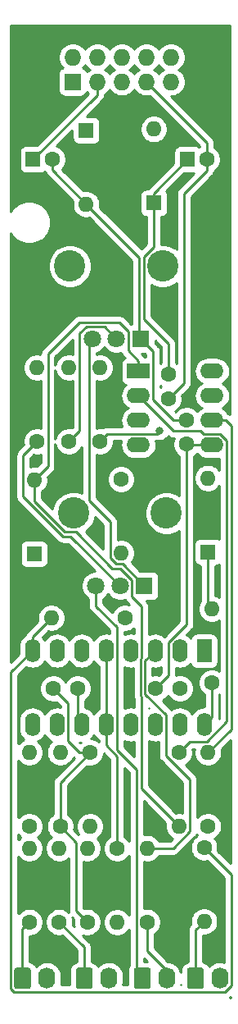
<source format=gbr>
%TF.GenerationSoftware,KiCad,Pcbnew,(5.1.12-1-10_14)*%
%TF.CreationDate,2021-12-12T17:33:21+01:00*%
%TF.ProjectId,kross,6b726f73-732e-46b6-9963-61645f706362,rev?*%
%TF.SameCoordinates,Original*%
%TF.FileFunction,Copper,L1,Top*%
%TF.FilePolarity,Positive*%
%FSLAX46Y46*%
G04 Gerber Fmt 4.6, Leading zero omitted, Abs format (unit mm)*
G04 Created by KiCad (PCBNEW (5.1.12-1-10_14)) date 2021-12-12 17:33:21*
%MOMM*%
%LPD*%
G01*
G04 APERTURE LIST*
%TA.AperFunction,ComponentPad*%
%ADD10O,1.600000X2.400000*%
%TD*%
%TA.AperFunction,ComponentPad*%
%ADD11R,1.600000X2.400000*%
%TD*%
%TA.AperFunction,ComponentPad*%
%ADD12O,2.400000X1.600000*%
%TD*%
%TA.AperFunction,ComponentPad*%
%ADD13R,2.400000X1.600000*%
%TD*%
%TA.AperFunction,ComponentPad*%
%ADD14R,1.600000X1.600000*%
%TD*%
%TA.AperFunction,ComponentPad*%
%ADD15O,1.600000X1.600000*%
%TD*%
%TA.AperFunction,ComponentPad*%
%ADD16O,1.740000X2.200000*%
%TD*%
%TA.AperFunction,ComponentPad*%
%ADD17C,3.240000*%
%TD*%
%TA.AperFunction,ComponentPad*%
%ADD18C,1.800000*%
%TD*%
%TA.AperFunction,ComponentPad*%
%ADD19R,1.800000X1.800000*%
%TD*%
%TA.AperFunction,ComponentPad*%
%ADD20C,1.600000*%
%TD*%
%TA.AperFunction,ComponentPad*%
%ADD21R,1.727200X1.727200*%
%TD*%
%TA.AperFunction,ComponentPad*%
%ADD22O,1.727200X1.727200*%
%TD*%
%TA.AperFunction,ViaPad*%
%ADD23C,0.800000*%
%TD*%
%TA.AperFunction,Conductor*%
%ADD24C,0.250000*%
%TD*%
%TA.AperFunction,NonConductor*%
%ADD25C,0.254000*%
%TD*%
%TA.AperFunction,NonConductor*%
%ADD26C,0.100000*%
%TD*%
G04 APERTURE END LIST*
D10*
%TO.P,U1,16*%
%TO.N,Net-(R12-Pad1)*%
X88600000Y-106820000D03*
%TO.P,U1,8*%
%TO.N,Net-(R16-Pad2)*%
X70820000Y-99200000D03*
%TO.P,U1,15*%
%TO.N,Net-(U1-Pad15)*%
X86060000Y-106820000D03*
%TO.P,U1,7*%
%TO.N,Net-(R14-Pad1)*%
X73360000Y-99200000D03*
%TO.P,U1,14*%
%TO.N,Net-(R2-Pad2)*%
X83520000Y-106820000D03*
%TO.P,U1,6*%
%TO.N,Net-(C2-Pad2)*%
X75900000Y-99200000D03*
%TO.P,U1,13*%
%TO.N,Net-(R8-Pad2)*%
X80980000Y-106820000D03*
%TO.P,U1,5*%
%TO.N,Net-(R14-Pad1)*%
X78440000Y-99200000D03*
%TO.P,U1,12*%
X78440000Y-106820000D03*
%TO.P,U1,4*%
%TO.N,Net-(R7-Pad2)*%
X80980000Y-99200000D03*
%TO.P,U1,11*%
%TO.N,Net-(C1-Pad1)*%
X75900000Y-106820000D03*
%TO.P,U1,3*%
%TO.N,Net-(R1-Pad2)*%
X83520000Y-99200000D03*
%TO.P,U1,10*%
%TO.N,Net-(U1-Pad10)*%
X73360000Y-106820000D03*
%TO.P,U1,2*%
%TO.N,Net-(U1-Pad2)*%
X86060000Y-99200000D03*
%TO.P,U1,9*%
%TO.N,Net-(U1-Pad9)*%
X70820000Y-106820000D03*
D11*
%TO.P,U1,1*%
%TO.N,Net-(R11-Pad1)*%
X88600000Y-99200000D03*
%TD*%
D12*
%TO.P,U2,8*%
%TO.N,Net-(C1-Pad1)*%
X89420000Y-70360000D03*
%TO.P,U2,4*%
%TO.N,Net-(C2-Pad2)*%
X81800000Y-77980000D03*
%TO.P,U2,7*%
%TO.N,Net-(D2-Pad2)*%
X89420000Y-72900000D03*
%TO.P,U2,3*%
%TO.N,GND*%
X81800000Y-75440000D03*
%TO.P,U2,6*%
%TO.N,Net-(R10-Pad2)*%
X89420000Y-75440000D03*
%TO.P,U2,2*%
%TO.N,Net-(R3-Pad2)*%
X81800000Y-72900000D03*
%TO.P,U2,5*%
%TO.N,GND*%
X89420000Y-77980000D03*
D13*
%TO.P,U2,1*%
%TO.N,Net-(D1-Pad2)*%
X81800000Y-70360000D03*
%TD*%
D14*
%TO.P,D4,1*%
%TO.N,Net-(D4-Pad1)*%
X76400000Y-45500000D03*
D15*
%TO.P,D4,2*%
%TO.N,Net-(C2-Pad2)*%
X76400000Y-53120000D03*
%TD*%
%TO.P,D3,2*%
%TO.N,Net-(CVATTN1-Pad1)*%
X83400000Y-45380000D03*
D14*
%TO.P,D3,1*%
%TO.N,Net-(C1-Pad1)*%
X83400000Y-53000000D03*
%TD*%
%TO.P,OUT,1*%
%TO.N,Net-(J4-Pad1)*%
%TA.AperFunction,ComponentPad*%
G36*
G01*
X86830000Y-133850001D02*
X86830000Y-132149999D01*
G75*
G02*
X87079999Y-131900000I249999J0D01*
G01*
X88320001Y-131900000D01*
G75*
G02*
X88570000Y-132149999I0J-249999D01*
G01*
X88570000Y-133850001D01*
G75*
G02*
X88320001Y-134100000I-249999J0D01*
G01*
X87079999Y-134100000D01*
G75*
G02*
X86830000Y-133850001I0J249999D01*
G01*
G37*
%TD.AperFunction*%
D16*
%TO.P,OUT,2*%
%TO.N,GND*%
X90240000Y-133000000D03*
%TD*%
%TO.P,OSC2,2*%
%TO.N,GND*%
X78740000Y-133000000D03*
%TO.P,OSC2,1*%
%TO.N,Net-(J3-Pad1)*%
%TA.AperFunction,ComponentPad*%
G36*
G01*
X75330000Y-133850001D02*
X75330000Y-132149999D01*
G75*
G02*
X75579999Y-131900000I249999J0D01*
G01*
X76820001Y-131900000D01*
G75*
G02*
X77070000Y-132149999I0J-249999D01*
G01*
X77070000Y-133850001D01*
G75*
G02*
X76820001Y-134100000I-249999J0D01*
G01*
X75579999Y-134100000D01*
G75*
G02*
X75330000Y-133850001I0J249999D01*
G01*
G37*
%TD.AperFunction*%
%TD*%
%TO.P,OSC1,1*%
%TO.N,Net-(J2-Pad1)*%
%TA.AperFunction,ComponentPad*%
G36*
G01*
X68930000Y-133850001D02*
X68930000Y-132149999D01*
G75*
G02*
X69179999Y-131900000I249999J0D01*
G01*
X70420001Y-131900000D01*
G75*
G02*
X70670000Y-132149999I0J-249999D01*
G01*
X70670000Y-133850001D01*
G75*
G02*
X70420001Y-134100000I-249999J0D01*
G01*
X69179999Y-134100000D01*
G75*
G02*
X68930000Y-133850001I0J249999D01*
G01*
G37*
%TD.AperFunction*%
%TO.P,OSC1,2*%
%TO.N,GND*%
X72340000Y-133000000D03*
%TD*%
%TO.P,CV,2*%
%TO.N,GND*%
X84740000Y-133000000D03*
%TO.P,CV,1*%
%TO.N,Net-(CVATTN1-Pad3)*%
%TA.AperFunction,ComponentPad*%
G36*
G01*
X81330000Y-133850001D02*
X81330000Y-132149999D01*
G75*
G02*
X81579999Y-131900000I249999J0D01*
G01*
X82820001Y-131900000D01*
G75*
G02*
X83070000Y-132149999I0J-249999D01*
G01*
X83070000Y-133850001D01*
G75*
G02*
X82820001Y-134100000I-249999J0D01*
G01*
X81579999Y-134100000D01*
G75*
G02*
X81330000Y-133850001I0J249999D01*
G01*
G37*
%TD.AperFunction*%
%TD*%
D14*
%TO.P,D2,1*%
%TO.N,Net-(D2-Pad1)*%
X89000000Y-89000000D03*
D15*
%TO.P,D2,2*%
%TO.N,Net-(D2-Pad2)*%
X89000000Y-81380000D03*
%TD*%
D17*
%TO.P,MIX1,*%
%TO.N,*%
X84300000Y-59500000D03*
X74700000Y-59500000D03*
D18*
%TO.P,MIX1,3*%
%TO.N,Net-(CVATTN1-Pad1)*%
X77000000Y-67000000D03*
%TO.P,MIX1,2*%
%TO.N,Net-(MIX1-Pad2)*%
X79500000Y-67000000D03*
D19*
%TO.P,MIX1,1*%
%TO.N,Net-(C2-Pad2)*%
X82000000Y-67000000D03*
%TD*%
D15*
%TO.P,D1,2*%
%TO.N,Net-(D1-Pad2)*%
X71000000Y-81580000D03*
D14*
%TO.P,D1,1*%
%TO.N,Net-(D1-Pad1)*%
X71000000Y-89200000D03*
%TD*%
D19*
%TO.P,CVATTN1,1*%
%TO.N,Net-(CVATTN1-Pad1)*%
X82400000Y-92500000D03*
D18*
%TO.P,CVATTN1,2*%
%TO.N,Net-(CVATTN1-Pad2)*%
X79900000Y-92500000D03*
%TO.P,CVATTN1,3*%
%TO.N,Net-(CVATTN1-Pad3)*%
X77400000Y-92500000D03*
D17*
%TO.P,CVATTN1,*%
%TO.N,*%
X75100000Y-85000000D03*
X84700000Y-85000000D03*
%TD*%
D20*
%TO.P,C6,1*%
%TO.N,GND*%
X86800000Y-77900000D03*
%TO.P,C6,2*%
%TO.N,Net-(C2-Pad2)*%
X86800000Y-75400000D03*
%TD*%
%TO.P,C5,1*%
%TO.N,Net-(C1-Pad1)*%
X75500000Y-103100000D03*
%TO.P,C5,2*%
%TO.N,GND*%
X73000000Y-103100000D03*
%TD*%
%TO.P,C4,2*%
%TO.N,Net-(C2-Pad2)*%
X86100000Y-103100000D03*
%TO.P,C4,1*%
%TO.N,GND*%
X83600000Y-103100000D03*
%TD*%
%TO.P,C3,2*%
%TO.N,GND*%
X84900000Y-73200000D03*
%TO.P,C3,1*%
%TO.N,Net-(C1-Pad1)*%
X84900000Y-70700000D03*
%TD*%
D14*
%TO.P,C2,1*%
%TO.N,GND*%
X70900000Y-48500000D03*
D20*
%TO.P,C2,2*%
%TO.N,Net-(C2-Pad2)*%
X72900000Y-48500000D03*
%TD*%
%TO.P,C1,2*%
%TO.N,GND*%
X88900000Y-48500000D03*
D14*
%TO.P,C1,1*%
%TO.N,Net-(C1-Pad1)*%
X86900000Y-48500000D03*
%TD*%
D15*
%TO.P,R1,2*%
%TO.N,Net-(R1-Pad2)*%
X70500000Y-119580000D03*
D20*
%TO.P,R1,1*%
%TO.N,Net-(J2-Pad1)*%
X70500000Y-127200000D03*
%TD*%
%TO.P,R2,1*%
%TO.N,Net-(J3-Pad1)*%
X73600000Y-127200000D03*
D15*
%TO.P,R2,2*%
%TO.N,Net-(R2-Pad2)*%
X73600000Y-119580000D03*
%TD*%
D20*
%TO.P,R3,1*%
%TO.N,Net-(CVATTN1-Pad2)*%
X71300000Y-77600000D03*
D15*
%TO.P,R3,2*%
%TO.N,Net-(R3-Pad2)*%
X71300000Y-69980000D03*
%TD*%
%TO.P,R4,2*%
%TO.N,Net-(R3-Pad2)*%
X74600000Y-69980000D03*
D20*
%TO.P,R4,1*%
%TO.N,Net-(MIX1-Pad2)*%
X74600000Y-77600000D03*
%TD*%
D15*
%TO.P,R5,2*%
%TO.N,Net-(R2-Pad2)*%
X76800000Y-117320000D03*
D20*
%TO.P,R5,1*%
%TO.N,GND*%
X76800000Y-109700000D03*
%TD*%
%TO.P,R6,1*%
%TO.N,GND*%
X82700000Y-127200000D03*
D15*
%TO.P,R6,2*%
%TO.N,Net-(R1-Pad2)*%
X82700000Y-119580000D03*
%TD*%
%TO.P,R7,2*%
%TO.N,Net-(R7-Pad2)*%
X70500000Y-109680000D03*
D20*
%TO.P,R7,1*%
%TO.N,GND*%
X70500000Y-117300000D03*
%TD*%
%TO.P,R8,1*%
%TO.N,GND*%
X73700000Y-117300000D03*
D15*
%TO.P,R8,2*%
%TO.N,Net-(R8-Pad2)*%
X73700000Y-109680000D03*
%TD*%
D20*
%TO.P,R9,1*%
%TO.N,Net-(R3-Pad2)*%
X86000000Y-109700000D03*
D15*
%TO.P,R9,2*%
%TO.N,Net-(D1-Pad2)*%
X86000000Y-117320000D03*
%TD*%
%TO.P,R10,2*%
%TO.N,Net-(R10-Pad2)*%
X89000000Y-109680000D03*
D20*
%TO.P,R10,1*%
%TO.N,Net-(D1-Pad2)*%
X89000000Y-117300000D03*
%TD*%
%TO.P,R11,1*%
%TO.N,Net-(R11-Pad1)*%
X80000000Y-81500000D03*
D15*
%TO.P,R11,2*%
%TO.N,Net-(D1-Pad1)*%
X80000000Y-89120000D03*
%TD*%
D20*
%TO.P,R12,1*%
%TO.N,Net-(R12-Pad1)*%
X89400000Y-102500000D03*
D15*
%TO.P,R12,2*%
%TO.N,Net-(D2-Pad1)*%
X89400000Y-94880000D03*
%TD*%
D20*
%TO.P,R13,1*%
%TO.N,Net-(R10-Pad2)*%
X77800000Y-77600000D03*
D15*
%TO.P,R13,2*%
%TO.N,Net-(D2-Pad2)*%
X77800000Y-69980000D03*
%TD*%
%TO.P,R14,2*%
%TO.N,Net-(CVATTN1-Pad1)*%
X79600000Y-127220000D03*
D20*
%TO.P,R14,1*%
%TO.N,Net-(R14-Pad1)*%
X79600000Y-119600000D03*
%TD*%
%TO.P,R15,1*%
%TO.N,GND*%
X76500000Y-127200000D03*
D15*
%TO.P,R15,2*%
%TO.N,Net-(R14-Pad1)*%
X76500000Y-119580000D03*
%TD*%
%TO.P,R16,2*%
%TO.N,Net-(R16-Pad2)*%
X72780000Y-95800000D03*
D20*
%TO.P,R16,1*%
%TO.N,Net-(C2-Pad2)*%
X80400000Y-95800000D03*
%TD*%
D15*
%TO.P,R17,2*%
%TO.N,Net-(J4-Pad1)*%
X88600000Y-127120000D03*
D20*
%TO.P,R17,1*%
%TO.N,Net-(R16-Pad2)*%
X88600000Y-119500000D03*
%TD*%
D21*
%TO.P,J5,1*%
%TO.N,Net-(D4-Pad1)*%
X75000000Y-40500000D03*
D22*
%TO.P,J5,2*%
X75000000Y-37960000D03*
%TO.P,J5,3*%
%TO.N,GND*%
X77540000Y-40500000D03*
%TO.P,J5,4*%
X77540000Y-37960000D03*
%TO.P,J5,5*%
X80080000Y-40500000D03*
%TO.P,J5,6*%
X80080000Y-37960000D03*
%TO.P,J5,7*%
X82620000Y-40500000D03*
%TO.P,J5,8*%
X82620000Y-37960000D03*
%TO.P,J5,9*%
%TO.N,Net-(CVATTN1-Pad1)*%
X85160000Y-40500000D03*
%TO.P,J5,10*%
X85160000Y-37960000D03*
%TD*%
D23*
%TO.N,Net-(R10-Pad2)*%
X84000000Y-76500000D03*
%TD*%
D24*
%TO.N,Net-(C1-Pad1)*%
X83400000Y-52000000D02*
X86900000Y-48500000D01*
X83400000Y-53000000D02*
X83400000Y-52000000D01*
X75500000Y-106420000D02*
X75900000Y-106820000D01*
X75500000Y-103100000D02*
X75500000Y-106420000D01*
X83400000Y-57521398D02*
X82354999Y-58566399D01*
X82354999Y-58566399D02*
X82354999Y-64969997D01*
X84900000Y-67514998D02*
X84900000Y-70700000D01*
X82354999Y-64969997D02*
X84900000Y-67514998D01*
X83400000Y-53000000D02*
X83400000Y-57521398D01*
%TO.N,Net-(C2-Pad2)*%
X72900000Y-49620000D02*
X72900000Y-48500000D01*
X76400000Y-53120000D02*
X72900000Y-49620000D01*
X81904988Y-66904988D02*
X82000000Y-67000000D01*
X81904988Y-58624988D02*
X81904988Y-66904988D01*
X76400000Y-53120000D02*
X81904988Y-58624988D01*
X83325010Y-73290012D02*
X85434998Y-75400000D01*
X85434998Y-75400000D02*
X86800000Y-75400000D01*
X83325010Y-68325010D02*
X83325010Y-73290012D01*
X82000000Y-67000000D02*
X83325010Y-68325010D01*
%TO.N,Net-(CVATTN1-Pad3)*%
X82200000Y-133000000D02*
X81574999Y-132374999D01*
X79565010Y-96765010D02*
X77400000Y-94600000D01*
X81574999Y-132374999D02*
X81574999Y-111438589D01*
X81574999Y-111438589D02*
X79565010Y-109428600D01*
X79565010Y-109428600D02*
X79565010Y-96765010D01*
X77400000Y-94600000D02*
X77400000Y-92500000D01*
%TO.N,Net-(CVATTN1-Pad2)*%
X69874999Y-83290012D02*
X69874999Y-79025001D01*
X73979999Y-87395012D02*
X69874999Y-83290012D01*
X69874999Y-79025001D02*
X71300000Y-77600000D01*
X74795012Y-87395012D02*
X73979999Y-87395012D01*
X79900000Y-92500000D02*
X74795012Y-87395012D01*
%TO.N,Net-(CVATTN1-Pad1)*%
X78874999Y-85896397D02*
X78874999Y-89660001D01*
X80145001Y-90245001D02*
X82400000Y-92500000D01*
X76674999Y-83696397D02*
X78874999Y-85896397D01*
X79459999Y-90245001D02*
X80145001Y-90245001D01*
X76674999Y-67325001D02*
X76674999Y-83696397D01*
X78874999Y-89660001D02*
X79459999Y-90245001D01*
X77000000Y-67000000D02*
X76674999Y-67325001D01*
%TO.N,GND*%
X84740000Y-133000000D02*
X84740000Y-132240000D01*
X82700000Y-130200000D02*
X82700000Y-127200000D01*
X84740000Y-132240000D02*
X82700000Y-130200000D01*
X86800000Y-96468996D02*
X84934990Y-98334006D01*
X84934990Y-101765010D02*
X83600000Y-103100000D01*
X84934990Y-98334006D02*
X84934990Y-101765010D01*
X86800000Y-77900000D02*
X86800000Y-96468996D01*
X75374999Y-118974999D02*
X73700000Y-117300000D01*
X75374999Y-126074999D02*
X75374999Y-118974999D01*
X76500000Y-127200000D02*
X75374999Y-126074999D01*
X73700000Y-112800000D02*
X76800000Y-109700000D01*
X73700000Y-117300000D02*
X73700000Y-112800000D01*
X74485010Y-108516380D02*
X74485010Y-104585010D01*
X75668630Y-109700000D02*
X74485010Y-108516380D01*
X74485010Y-104585010D02*
X73000000Y-103100000D01*
X76800000Y-109700000D02*
X75668630Y-109700000D01*
X77540000Y-41860000D02*
X70900000Y-48500000D01*
X77540000Y-40500000D02*
X77540000Y-41860000D01*
X88900000Y-46780000D02*
X88900000Y-48500000D01*
X82620000Y-40500000D02*
X88900000Y-46780000D01*
X88900000Y-49631370D02*
X86500000Y-52031370D01*
X88900000Y-48500000D02*
X88900000Y-49631370D01*
X86500000Y-71600000D02*
X84900000Y-73200000D01*
X86500000Y-52031370D02*
X86500000Y-71600000D01*
X86880000Y-77980000D02*
X86800000Y-77900000D01*
X89420000Y-77980000D02*
X86880000Y-77980000D01*
%TO.N,Net-(J2-Pad1)*%
X69800000Y-127900000D02*
X70500000Y-127200000D01*
X69800000Y-133000000D02*
X69800000Y-127900000D01*
%TO.N,Net-(J3-Pad1)*%
X76200000Y-129800000D02*
X73600000Y-127200000D01*
X76200000Y-133000000D02*
X76200000Y-129800000D01*
%TO.N,Net-(J4-Pad1)*%
X87700000Y-128020000D02*
X88600000Y-127120000D01*
X87700000Y-133000000D02*
X87700000Y-128020000D01*
%TO.N,Net-(MIX1-Pad2)*%
X78274999Y-65774999D02*
X79500000Y-67000000D01*
X76411999Y-65774999D02*
X78274999Y-65774999D01*
X75725001Y-66461997D02*
X76411999Y-65774999D01*
X75725001Y-76474999D02*
X75725001Y-66461997D01*
X74600000Y-77600000D02*
X75725001Y-76474999D01*
%TO.N,Net-(R1-Pad2)*%
X82474999Y-100245001D02*
X83520000Y-99200000D01*
X84645010Y-105810012D02*
X82474999Y-103640001D01*
X87125001Y-117860001D02*
X87125001Y-112490003D01*
X84645010Y-110010012D02*
X84645010Y-105810012D01*
X85405002Y-119580000D02*
X87125001Y-117860001D01*
X87125001Y-112490003D02*
X84645010Y-110010012D01*
X82474999Y-103640001D02*
X82474999Y-100245001D01*
X82700000Y-119580000D02*
X85405002Y-119580000D01*
%TO.N,Net-(R14-Pad1)*%
X79600000Y-119600000D02*
X79600000Y-110100000D01*
X78440000Y-108940000D02*
X78440000Y-106820000D01*
X79600000Y-110100000D02*
X78440000Y-108940000D01*
X78440000Y-99200000D02*
X78440000Y-106820000D01*
%TO.N,Net-(R16-Pad2)*%
X68604990Y-101415010D02*
X70820000Y-99200000D01*
X68941820Y-134425010D02*
X68604990Y-134088180D01*
X91435010Y-133724989D02*
X90734989Y-134425010D01*
X68604990Y-134088180D02*
X68604990Y-101415010D01*
X90734989Y-134425010D02*
X68941820Y-134425010D01*
X91435010Y-122335010D02*
X91435010Y-133724989D01*
X88600000Y-119500000D02*
X91435010Y-122335010D01*
X70820000Y-97760000D02*
X72780000Y-95800000D01*
X70820000Y-99200000D02*
X70820000Y-97760000D01*
%TO.N,Net-(R12-Pad1)*%
X89400000Y-106020000D02*
X88600000Y-106820000D01*
X89400000Y-102500000D02*
X89400000Y-106020000D01*
%TO.N,Net-(D1-Pad2)*%
X82105010Y-103906423D02*
X82024988Y-103826401D01*
X82105010Y-113425010D02*
X82105010Y-103906423D01*
X86000000Y-117320000D02*
X82105010Y-113425010D01*
X79908014Y-90695012D02*
X79058602Y-90695012D01*
X79058602Y-90695012D02*
X75308591Y-86945001D01*
X81125001Y-91911999D02*
X79908014Y-90695012D01*
X82024988Y-103826401D02*
X82024988Y-100058601D01*
X71000000Y-83778602D02*
X71000000Y-81580000D01*
X74166399Y-86945001D02*
X71000000Y-83778602D01*
X82105010Y-99978579D02*
X82105010Y-94605010D01*
X82105010Y-94605010D02*
X81125001Y-93625001D01*
X82024988Y-100058601D02*
X82105010Y-99978579D01*
X81125001Y-93625001D02*
X81125001Y-91911999D01*
X75308591Y-86945001D02*
X74166399Y-86945001D01*
X72425001Y-80154999D02*
X72425001Y-68574999D01*
X71000000Y-81580000D02*
X72425001Y-80154999D01*
X75675012Y-65324988D02*
X79824988Y-65324988D01*
X72425001Y-68574999D02*
X75675012Y-65324988D01*
X80725001Y-66225001D02*
X80725001Y-68225001D01*
X79824988Y-65324988D02*
X80725001Y-66225001D01*
X81800000Y-69300000D02*
X81800000Y-70360000D01*
X80725001Y-68225001D02*
X81800000Y-69300000D01*
%TO.N,Net-(R3-Pad2)*%
X87145001Y-108554999D02*
X86000000Y-109700000D01*
X88856005Y-108554999D02*
X87145001Y-108554999D01*
X90945010Y-77514006D02*
X90945010Y-106465994D01*
X90285994Y-76854990D02*
X90945010Y-77514006D01*
X85425001Y-76525001D02*
X88224017Y-76525001D01*
X81800000Y-72900000D02*
X85425001Y-76525001D01*
X88224017Y-76525001D02*
X88554006Y-76854990D01*
X88554006Y-76854990D02*
X90285994Y-76854990D01*
X90945010Y-106465994D02*
X88856005Y-108554999D01*
%TO.N,Net-(R10-Pad2)*%
X90870000Y-75440000D02*
X89420000Y-75440000D01*
X89000000Y-109680000D02*
X91395021Y-107284979D01*
X91395021Y-107284979D02*
X91395021Y-75965021D01*
X91395021Y-75965021D02*
X90870000Y-75440000D01*
X78599999Y-76800001D02*
X83699999Y-76800001D01*
X77800000Y-77600000D02*
X78599999Y-76800001D01*
X83699999Y-76800001D02*
X84000000Y-76500000D01*
X84000000Y-76500000D02*
X84000000Y-76500000D01*
%TO.N,Net-(D2-Pad1)*%
X89000000Y-94480000D02*
X89400000Y-94880000D01*
X89000000Y-89000000D02*
X89000000Y-94480000D01*
%TD*%
D25*
X91338509Y-134972296D02*
X91266495Y-134971983D01*
X91274990Y-134965011D01*
X91298792Y-134936008D01*
X91338435Y-134896365D01*
X91338509Y-134972296D01*
%TA.AperFunction,NonConductor*%
D26*
G36*
X91338509Y-134972296D02*
G01*
X91266495Y-134971983D01*
X91274990Y-134965011D01*
X91298792Y-134936008D01*
X91338435Y-134896365D01*
X91338509Y-134972296D01*
G37*
%TD.AperFunction*%
D25*
X78840001Y-110414803D02*
X78840000Y-118381956D01*
X78685241Y-118485363D01*
X78485363Y-118685241D01*
X78328320Y-118920273D01*
X78220147Y-119181426D01*
X78165000Y-119458665D01*
X78165000Y-119741335D01*
X78220147Y-120018574D01*
X78328320Y-120279727D01*
X78485363Y-120514759D01*
X78685241Y-120714637D01*
X78920273Y-120871680D01*
X79181426Y-120979853D01*
X79458665Y-121035000D01*
X79741335Y-121035000D01*
X80018574Y-120979853D01*
X80279727Y-120871680D01*
X80514759Y-120714637D01*
X80714637Y-120514759D01*
X80815000Y-120364555D01*
X80814999Y-126455444D01*
X80714637Y-126305241D01*
X80514759Y-126105363D01*
X80279727Y-125948320D01*
X80018574Y-125840147D01*
X79741335Y-125785000D01*
X79458665Y-125785000D01*
X79181426Y-125840147D01*
X78920273Y-125948320D01*
X78685241Y-126105363D01*
X78485363Y-126305241D01*
X78328320Y-126540273D01*
X78220147Y-126801426D01*
X78165000Y-127078665D01*
X78165000Y-127361335D01*
X78220147Y-127638574D01*
X78328320Y-127899727D01*
X78485363Y-128134759D01*
X78685241Y-128334637D01*
X78920273Y-128491680D01*
X79181426Y-128599853D01*
X79458665Y-128655000D01*
X79741335Y-128655000D01*
X80018574Y-128599853D01*
X80279727Y-128491680D01*
X80514759Y-128334637D01*
X80714637Y-128134759D01*
X80814999Y-127984556D01*
X80814999Y-131706370D01*
X80759528Y-131810149D01*
X80708992Y-131976745D01*
X80691928Y-132149999D01*
X80691928Y-133665010D01*
X80180762Y-133665010D01*
X80223224Y-133525031D01*
X80245000Y-133303935D01*
X80245000Y-132696064D01*
X80223224Y-132474968D01*
X80137166Y-132191275D01*
X79997417Y-131929821D01*
X79809345Y-131700655D01*
X79580178Y-131512583D01*
X79318724Y-131372834D01*
X79035031Y-131286776D01*
X78740000Y-131257718D01*
X78444968Y-131286776D01*
X78161275Y-131372834D01*
X77899821Y-131512583D01*
X77670655Y-131700655D01*
X77616935Y-131766114D01*
X77558405Y-131656613D01*
X77447962Y-131522038D01*
X77313387Y-131411595D01*
X77159851Y-131329528D01*
X76993255Y-131278992D01*
X76960000Y-131275717D01*
X76960000Y-129837322D01*
X76963676Y-129799999D01*
X76960000Y-129762676D01*
X76960000Y-129762667D01*
X76949003Y-129651014D01*
X76905546Y-129507753D01*
X76834974Y-129375724D01*
X76740001Y-129259999D01*
X76711003Y-129236201D01*
X76035725Y-128560923D01*
X76081426Y-128579853D01*
X76358665Y-128635000D01*
X76641335Y-128635000D01*
X76918574Y-128579853D01*
X77179727Y-128471680D01*
X77414759Y-128314637D01*
X77614637Y-128114759D01*
X77771680Y-127879727D01*
X77879853Y-127618574D01*
X77935000Y-127341335D01*
X77935000Y-127058665D01*
X77879853Y-126781426D01*
X77771680Y-126520273D01*
X77614637Y-126285241D01*
X77414759Y-126085363D01*
X77179727Y-125928320D01*
X76918574Y-125820147D01*
X76641335Y-125765000D01*
X76358665Y-125765000D01*
X76176113Y-125801312D01*
X76134999Y-125760198D01*
X76134999Y-120970509D01*
X76358665Y-121015000D01*
X76641335Y-121015000D01*
X76918574Y-120959853D01*
X77179727Y-120851680D01*
X77414759Y-120694637D01*
X77614637Y-120494759D01*
X77771680Y-120259727D01*
X77879853Y-119998574D01*
X77935000Y-119721335D01*
X77935000Y-119438665D01*
X77879853Y-119161426D01*
X77771680Y-118900273D01*
X77614637Y-118665241D01*
X77516503Y-118567107D01*
X77714759Y-118434637D01*
X77914637Y-118234759D01*
X78071680Y-117999727D01*
X78179853Y-117738574D01*
X78235000Y-117461335D01*
X78235000Y-117178665D01*
X78179853Y-116901426D01*
X78071680Y-116640273D01*
X77914637Y-116405241D01*
X77714759Y-116205363D01*
X77479727Y-116048320D01*
X77218574Y-115940147D01*
X76941335Y-115885000D01*
X76658665Y-115885000D01*
X76381426Y-115940147D01*
X76120273Y-116048320D01*
X75885241Y-116205363D01*
X75685363Y-116405241D01*
X75528320Y-116640273D01*
X75420147Y-116901426D01*
X75365000Y-117178665D01*
X75365000Y-117461335D01*
X75420147Y-117738574D01*
X75528320Y-117999727D01*
X75636637Y-118161835D01*
X75098688Y-117623886D01*
X75135000Y-117441335D01*
X75135000Y-117158665D01*
X75079853Y-116881426D01*
X74971680Y-116620273D01*
X74814637Y-116385241D01*
X74614759Y-116185363D01*
X74460000Y-116081957D01*
X74460000Y-113114801D01*
X76476114Y-111098688D01*
X76658665Y-111135000D01*
X76941335Y-111135000D01*
X77218574Y-111079853D01*
X77479727Y-110971680D01*
X77714759Y-110814637D01*
X77914637Y-110614759D01*
X78071680Y-110379727D01*
X78179853Y-110118574D01*
X78235000Y-109841335D01*
X78235000Y-109809801D01*
X78840001Y-110414803D01*
%TA.AperFunction,NonConductor*%
D26*
G36*
X78840001Y-110414803D02*
G01*
X78840000Y-118381956D01*
X78685241Y-118485363D01*
X78485363Y-118685241D01*
X78328320Y-118920273D01*
X78220147Y-119181426D01*
X78165000Y-119458665D01*
X78165000Y-119741335D01*
X78220147Y-120018574D01*
X78328320Y-120279727D01*
X78485363Y-120514759D01*
X78685241Y-120714637D01*
X78920273Y-120871680D01*
X79181426Y-120979853D01*
X79458665Y-121035000D01*
X79741335Y-121035000D01*
X80018574Y-120979853D01*
X80279727Y-120871680D01*
X80514759Y-120714637D01*
X80714637Y-120514759D01*
X80815000Y-120364555D01*
X80814999Y-126455444D01*
X80714637Y-126305241D01*
X80514759Y-126105363D01*
X80279727Y-125948320D01*
X80018574Y-125840147D01*
X79741335Y-125785000D01*
X79458665Y-125785000D01*
X79181426Y-125840147D01*
X78920273Y-125948320D01*
X78685241Y-126105363D01*
X78485363Y-126305241D01*
X78328320Y-126540273D01*
X78220147Y-126801426D01*
X78165000Y-127078665D01*
X78165000Y-127361335D01*
X78220147Y-127638574D01*
X78328320Y-127899727D01*
X78485363Y-128134759D01*
X78685241Y-128334637D01*
X78920273Y-128491680D01*
X79181426Y-128599853D01*
X79458665Y-128655000D01*
X79741335Y-128655000D01*
X80018574Y-128599853D01*
X80279727Y-128491680D01*
X80514759Y-128334637D01*
X80714637Y-128134759D01*
X80814999Y-127984556D01*
X80814999Y-131706370D01*
X80759528Y-131810149D01*
X80708992Y-131976745D01*
X80691928Y-132149999D01*
X80691928Y-133665010D01*
X80180762Y-133665010D01*
X80223224Y-133525031D01*
X80245000Y-133303935D01*
X80245000Y-132696064D01*
X80223224Y-132474968D01*
X80137166Y-132191275D01*
X79997417Y-131929821D01*
X79809345Y-131700655D01*
X79580178Y-131512583D01*
X79318724Y-131372834D01*
X79035031Y-131286776D01*
X78740000Y-131257718D01*
X78444968Y-131286776D01*
X78161275Y-131372834D01*
X77899821Y-131512583D01*
X77670655Y-131700655D01*
X77616935Y-131766114D01*
X77558405Y-131656613D01*
X77447962Y-131522038D01*
X77313387Y-131411595D01*
X77159851Y-131329528D01*
X76993255Y-131278992D01*
X76960000Y-131275717D01*
X76960000Y-129837322D01*
X76963676Y-129799999D01*
X76960000Y-129762676D01*
X76960000Y-129762667D01*
X76949003Y-129651014D01*
X76905546Y-129507753D01*
X76834974Y-129375724D01*
X76740001Y-129259999D01*
X76711003Y-129236201D01*
X76035725Y-128560923D01*
X76081426Y-128579853D01*
X76358665Y-128635000D01*
X76641335Y-128635000D01*
X76918574Y-128579853D01*
X77179727Y-128471680D01*
X77414759Y-128314637D01*
X77614637Y-128114759D01*
X77771680Y-127879727D01*
X77879853Y-127618574D01*
X77935000Y-127341335D01*
X77935000Y-127058665D01*
X77879853Y-126781426D01*
X77771680Y-126520273D01*
X77614637Y-126285241D01*
X77414759Y-126085363D01*
X77179727Y-125928320D01*
X76918574Y-125820147D01*
X76641335Y-125765000D01*
X76358665Y-125765000D01*
X76176113Y-125801312D01*
X76134999Y-125760198D01*
X76134999Y-120970509D01*
X76358665Y-121015000D01*
X76641335Y-121015000D01*
X76918574Y-120959853D01*
X77179727Y-120851680D01*
X77414759Y-120694637D01*
X77614637Y-120494759D01*
X77771680Y-120259727D01*
X77879853Y-119998574D01*
X77935000Y-119721335D01*
X77935000Y-119438665D01*
X77879853Y-119161426D01*
X77771680Y-118900273D01*
X77614637Y-118665241D01*
X77516503Y-118567107D01*
X77714759Y-118434637D01*
X77914637Y-118234759D01*
X78071680Y-117999727D01*
X78179853Y-117738574D01*
X78235000Y-117461335D01*
X78235000Y-117178665D01*
X78179853Y-116901426D01*
X78071680Y-116640273D01*
X77914637Y-116405241D01*
X77714759Y-116205363D01*
X77479727Y-116048320D01*
X77218574Y-115940147D01*
X76941335Y-115885000D01*
X76658665Y-115885000D01*
X76381426Y-115940147D01*
X76120273Y-116048320D01*
X75885241Y-116205363D01*
X75685363Y-116405241D01*
X75528320Y-116640273D01*
X75420147Y-116901426D01*
X75365000Y-117178665D01*
X75365000Y-117461335D01*
X75420147Y-117738574D01*
X75528320Y-117999727D01*
X75636637Y-118161835D01*
X75098688Y-117623886D01*
X75135000Y-117441335D01*
X75135000Y-117158665D01*
X75079853Y-116881426D01*
X74971680Y-116620273D01*
X74814637Y-116385241D01*
X74614759Y-116185363D01*
X74460000Y-116081957D01*
X74460000Y-113114801D01*
X76476114Y-111098688D01*
X76658665Y-111135000D01*
X76941335Y-111135000D01*
X77218574Y-111079853D01*
X77479727Y-110971680D01*
X77714759Y-110814637D01*
X77914637Y-110614759D01*
X78071680Y-110379727D01*
X78179853Y-110118574D01*
X78235000Y-109841335D01*
X78235000Y-109809801D01*
X78840001Y-110414803D01*
G37*
%TD.AperFunction*%
D25*
X86191928Y-133665010D02*
X86180762Y-133665010D01*
X86191928Y-133628199D01*
X86191928Y-133665010D01*
%TA.AperFunction,NonConductor*%
D26*
G36*
X86191928Y-133665010D02*
G01*
X86180762Y-133665010D01*
X86191928Y-133628199D01*
X86191928Y-133665010D01*
G37*
%TD.AperFunction*%
D25*
X72161068Y-108021100D02*
X72340392Y-108239607D01*
X72558899Y-108418932D01*
X72806401Y-108551225D01*
X72785241Y-108565363D01*
X72585363Y-108765241D01*
X72428320Y-109000273D01*
X72320147Y-109261426D01*
X72265000Y-109538665D01*
X72265000Y-109821335D01*
X72320147Y-110098574D01*
X72428320Y-110359727D01*
X72585363Y-110594759D01*
X72785241Y-110794637D01*
X73020273Y-110951680D01*
X73281426Y-111059853D01*
X73558665Y-111115000D01*
X73841335Y-111115000D01*
X74118574Y-111059853D01*
X74379727Y-110951680D01*
X74614759Y-110794637D01*
X74814637Y-110594759D01*
X74971680Y-110359727D01*
X75054239Y-110160412D01*
X75104835Y-110211008D01*
X75128629Y-110240001D01*
X75157622Y-110263795D01*
X75157626Y-110263799D01*
X75159699Y-110265500D01*
X73188998Y-112236201D01*
X73160000Y-112259999D01*
X73136202Y-112288997D01*
X73136201Y-112288998D01*
X73065026Y-112375724D01*
X72994454Y-112507754D01*
X72950998Y-112651015D01*
X72936324Y-112800000D01*
X72940001Y-112837332D01*
X72940000Y-116081956D01*
X72785241Y-116185363D01*
X72585363Y-116385241D01*
X72428320Y-116620273D01*
X72320147Y-116881426D01*
X72265000Y-117158665D01*
X72265000Y-117441335D01*
X72320147Y-117718574D01*
X72428320Y-117979727D01*
X72585363Y-118214759D01*
X72775595Y-118404991D01*
X72685241Y-118465363D01*
X72485363Y-118665241D01*
X72328320Y-118900273D01*
X72220147Y-119161426D01*
X72165000Y-119438665D01*
X72165000Y-119721335D01*
X72220147Y-119998574D01*
X72328320Y-120259727D01*
X72485363Y-120494759D01*
X72685241Y-120694637D01*
X72920273Y-120851680D01*
X73181426Y-120959853D01*
X73458665Y-121015000D01*
X73741335Y-121015000D01*
X74018574Y-120959853D01*
X74279727Y-120851680D01*
X74514759Y-120694637D01*
X74615000Y-120594396D01*
X74614999Y-126037676D01*
X74611323Y-126074999D01*
X74614999Y-126112321D01*
X74614999Y-126112331D01*
X74623004Y-126193608D01*
X74514759Y-126085363D01*
X74279727Y-125928320D01*
X74018574Y-125820147D01*
X73741335Y-125765000D01*
X73458665Y-125765000D01*
X73181426Y-125820147D01*
X72920273Y-125928320D01*
X72685241Y-126085363D01*
X72485363Y-126285241D01*
X72328320Y-126520273D01*
X72220147Y-126781426D01*
X72165000Y-127058665D01*
X72165000Y-127341335D01*
X72220147Y-127618574D01*
X72328320Y-127879727D01*
X72485363Y-128114759D01*
X72685241Y-128314637D01*
X72920273Y-128471680D01*
X73181426Y-128579853D01*
X73458665Y-128635000D01*
X73741335Y-128635000D01*
X73923886Y-128598688D01*
X75440001Y-130114803D01*
X75440001Y-131275717D01*
X75406745Y-131278992D01*
X75240149Y-131329528D01*
X75086613Y-131411595D01*
X74952038Y-131522038D01*
X74841595Y-131656613D01*
X74759528Y-131810149D01*
X74708992Y-131976745D01*
X74691928Y-132149999D01*
X74691928Y-133665010D01*
X73780762Y-133665010D01*
X73823224Y-133525031D01*
X73845000Y-133303935D01*
X73845000Y-132696064D01*
X73823224Y-132474968D01*
X73737166Y-132191275D01*
X73597417Y-131929821D01*
X73409345Y-131700655D01*
X73180178Y-131512583D01*
X72918724Y-131372834D01*
X72635031Y-131286776D01*
X72340000Y-131257718D01*
X72044968Y-131286776D01*
X71761275Y-131372834D01*
X71499821Y-131512583D01*
X71270655Y-131700655D01*
X71216935Y-131766114D01*
X71158405Y-131656613D01*
X71047962Y-131522038D01*
X70913387Y-131411595D01*
X70759851Y-131329528D01*
X70593255Y-131278992D01*
X70560000Y-131275717D01*
X70560000Y-128635000D01*
X70641335Y-128635000D01*
X70918574Y-128579853D01*
X71179727Y-128471680D01*
X71414759Y-128314637D01*
X71614637Y-128114759D01*
X71771680Y-127879727D01*
X71879853Y-127618574D01*
X71935000Y-127341335D01*
X71935000Y-127058665D01*
X71879853Y-126781426D01*
X71771680Y-126520273D01*
X71614637Y-126285241D01*
X71414759Y-126085363D01*
X71179727Y-125928320D01*
X70918574Y-125820147D01*
X70641335Y-125765000D01*
X70358665Y-125765000D01*
X70081426Y-125820147D01*
X69820273Y-125928320D01*
X69585241Y-126085363D01*
X69385363Y-126285241D01*
X69364990Y-126315731D01*
X69364990Y-120464269D01*
X69385363Y-120494759D01*
X69585241Y-120694637D01*
X69820273Y-120851680D01*
X70081426Y-120959853D01*
X70358665Y-121015000D01*
X70641335Y-121015000D01*
X70918574Y-120959853D01*
X71179727Y-120851680D01*
X71414759Y-120694637D01*
X71614637Y-120494759D01*
X71771680Y-120259727D01*
X71879853Y-119998574D01*
X71935000Y-119721335D01*
X71935000Y-119438665D01*
X71879853Y-119161426D01*
X71771680Y-118900273D01*
X71614637Y-118665241D01*
X71414759Y-118465363D01*
X71376801Y-118440000D01*
X71414759Y-118414637D01*
X71614637Y-118214759D01*
X71771680Y-117979727D01*
X71879853Y-117718574D01*
X71935000Y-117441335D01*
X71935000Y-117158665D01*
X71879853Y-116881426D01*
X71771680Y-116620273D01*
X71614637Y-116385241D01*
X71414759Y-116185363D01*
X71179727Y-116028320D01*
X70918574Y-115920147D01*
X70641335Y-115865000D01*
X70358665Y-115865000D01*
X70081426Y-115920147D01*
X69820273Y-116028320D01*
X69585241Y-116185363D01*
X69385363Y-116385241D01*
X69364990Y-116415731D01*
X69364990Y-110564269D01*
X69385363Y-110594759D01*
X69585241Y-110794637D01*
X69820273Y-110951680D01*
X70081426Y-111059853D01*
X70358665Y-111115000D01*
X70641335Y-111115000D01*
X70918574Y-111059853D01*
X71179727Y-110951680D01*
X71414759Y-110794637D01*
X71614637Y-110594759D01*
X71771680Y-110359727D01*
X71879853Y-110098574D01*
X71935000Y-109821335D01*
X71935000Y-109538665D01*
X71879853Y-109261426D01*
X71771680Y-109000273D01*
X71614637Y-108765241D01*
X71414759Y-108565363D01*
X71384710Y-108545285D01*
X71621100Y-108418932D01*
X71839607Y-108239608D01*
X72018932Y-108021101D01*
X72090000Y-107888142D01*
X72161068Y-108021100D01*
%TA.AperFunction,NonConductor*%
D26*
G36*
X72161068Y-108021100D02*
G01*
X72340392Y-108239607D01*
X72558899Y-108418932D01*
X72806401Y-108551225D01*
X72785241Y-108565363D01*
X72585363Y-108765241D01*
X72428320Y-109000273D01*
X72320147Y-109261426D01*
X72265000Y-109538665D01*
X72265000Y-109821335D01*
X72320147Y-110098574D01*
X72428320Y-110359727D01*
X72585363Y-110594759D01*
X72785241Y-110794637D01*
X73020273Y-110951680D01*
X73281426Y-111059853D01*
X73558665Y-111115000D01*
X73841335Y-111115000D01*
X74118574Y-111059853D01*
X74379727Y-110951680D01*
X74614759Y-110794637D01*
X74814637Y-110594759D01*
X74971680Y-110359727D01*
X75054239Y-110160412D01*
X75104835Y-110211008D01*
X75128629Y-110240001D01*
X75157622Y-110263795D01*
X75157626Y-110263799D01*
X75159699Y-110265500D01*
X73188998Y-112236201D01*
X73160000Y-112259999D01*
X73136202Y-112288997D01*
X73136201Y-112288998D01*
X73065026Y-112375724D01*
X72994454Y-112507754D01*
X72950998Y-112651015D01*
X72936324Y-112800000D01*
X72940001Y-112837332D01*
X72940000Y-116081956D01*
X72785241Y-116185363D01*
X72585363Y-116385241D01*
X72428320Y-116620273D01*
X72320147Y-116881426D01*
X72265000Y-117158665D01*
X72265000Y-117441335D01*
X72320147Y-117718574D01*
X72428320Y-117979727D01*
X72585363Y-118214759D01*
X72775595Y-118404991D01*
X72685241Y-118465363D01*
X72485363Y-118665241D01*
X72328320Y-118900273D01*
X72220147Y-119161426D01*
X72165000Y-119438665D01*
X72165000Y-119721335D01*
X72220147Y-119998574D01*
X72328320Y-120259727D01*
X72485363Y-120494759D01*
X72685241Y-120694637D01*
X72920273Y-120851680D01*
X73181426Y-120959853D01*
X73458665Y-121015000D01*
X73741335Y-121015000D01*
X74018574Y-120959853D01*
X74279727Y-120851680D01*
X74514759Y-120694637D01*
X74615000Y-120594396D01*
X74614999Y-126037676D01*
X74611323Y-126074999D01*
X74614999Y-126112321D01*
X74614999Y-126112331D01*
X74623004Y-126193608D01*
X74514759Y-126085363D01*
X74279727Y-125928320D01*
X74018574Y-125820147D01*
X73741335Y-125765000D01*
X73458665Y-125765000D01*
X73181426Y-125820147D01*
X72920273Y-125928320D01*
X72685241Y-126085363D01*
X72485363Y-126285241D01*
X72328320Y-126520273D01*
X72220147Y-126781426D01*
X72165000Y-127058665D01*
X72165000Y-127341335D01*
X72220147Y-127618574D01*
X72328320Y-127879727D01*
X72485363Y-128114759D01*
X72685241Y-128314637D01*
X72920273Y-128471680D01*
X73181426Y-128579853D01*
X73458665Y-128635000D01*
X73741335Y-128635000D01*
X73923886Y-128598688D01*
X75440001Y-130114803D01*
X75440001Y-131275717D01*
X75406745Y-131278992D01*
X75240149Y-131329528D01*
X75086613Y-131411595D01*
X74952038Y-131522038D01*
X74841595Y-131656613D01*
X74759528Y-131810149D01*
X74708992Y-131976745D01*
X74691928Y-132149999D01*
X74691928Y-133665010D01*
X73780762Y-133665010D01*
X73823224Y-133525031D01*
X73845000Y-133303935D01*
X73845000Y-132696064D01*
X73823224Y-132474968D01*
X73737166Y-132191275D01*
X73597417Y-131929821D01*
X73409345Y-131700655D01*
X73180178Y-131512583D01*
X72918724Y-131372834D01*
X72635031Y-131286776D01*
X72340000Y-131257718D01*
X72044968Y-131286776D01*
X71761275Y-131372834D01*
X71499821Y-131512583D01*
X71270655Y-131700655D01*
X71216935Y-131766114D01*
X71158405Y-131656613D01*
X71047962Y-131522038D01*
X70913387Y-131411595D01*
X70759851Y-131329528D01*
X70593255Y-131278992D01*
X70560000Y-131275717D01*
X70560000Y-128635000D01*
X70641335Y-128635000D01*
X70918574Y-128579853D01*
X71179727Y-128471680D01*
X71414759Y-128314637D01*
X71614637Y-128114759D01*
X71771680Y-127879727D01*
X71879853Y-127618574D01*
X71935000Y-127341335D01*
X71935000Y-127058665D01*
X71879853Y-126781426D01*
X71771680Y-126520273D01*
X71614637Y-126285241D01*
X71414759Y-126085363D01*
X71179727Y-125928320D01*
X70918574Y-125820147D01*
X70641335Y-125765000D01*
X70358665Y-125765000D01*
X70081426Y-125820147D01*
X69820273Y-125928320D01*
X69585241Y-126085363D01*
X69385363Y-126285241D01*
X69364990Y-126315731D01*
X69364990Y-120464269D01*
X69385363Y-120494759D01*
X69585241Y-120694637D01*
X69820273Y-120851680D01*
X70081426Y-120959853D01*
X70358665Y-121015000D01*
X70641335Y-121015000D01*
X70918574Y-120959853D01*
X71179727Y-120851680D01*
X71414759Y-120694637D01*
X71614637Y-120494759D01*
X71771680Y-120259727D01*
X71879853Y-119998574D01*
X71935000Y-119721335D01*
X71935000Y-119438665D01*
X71879853Y-119161426D01*
X71771680Y-118900273D01*
X71614637Y-118665241D01*
X71414759Y-118465363D01*
X71376801Y-118440000D01*
X71414759Y-118414637D01*
X71614637Y-118214759D01*
X71771680Y-117979727D01*
X71879853Y-117718574D01*
X71935000Y-117441335D01*
X71935000Y-117158665D01*
X71879853Y-116881426D01*
X71771680Y-116620273D01*
X71614637Y-116385241D01*
X71414759Y-116185363D01*
X71179727Y-116028320D01*
X70918574Y-115920147D01*
X70641335Y-115865000D01*
X70358665Y-115865000D01*
X70081426Y-115920147D01*
X69820273Y-116028320D01*
X69585241Y-116185363D01*
X69385363Y-116385241D01*
X69364990Y-116415731D01*
X69364990Y-110564269D01*
X69385363Y-110594759D01*
X69585241Y-110794637D01*
X69820273Y-110951680D01*
X70081426Y-111059853D01*
X70358665Y-111115000D01*
X70641335Y-111115000D01*
X70918574Y-111059853D01*
X71179727Y-110951680D01*
X71414759Y-110794637D01*
X71614637Y-110594759D01*
X71771680Y-110359727D01*
X71879853Y-110098574D01*
X71935000Y-109821335D01*
X71935000Y-109538665D01*
X71879853Y-109261426D01*
X71771680Y-109000273D01*
X71614637Y-108765241D01*
X71414759Y-108565363D01*
X71384710Y-108545285D01*
X71621100Y-108418932D01*
X71839607Y-108239608D01*
X72018932Y-108021101D01*
X72090000Y-107888142D01*
X72161068Y-108021100D01*
G37*
%TD.AperFunction*%
D25*
X87885363Y-118214759D02*
X87907475Y-118236871D01*
X87685241Y-118385363D01*
X87485363Y-118585241D01*
X87328320Y-118820273D01*
X87220147Y-119081426D01*
X87165000Y-119358665D01*
X87165000Y-119641335D01*
X87220147Y-119918574D01*
X87328320Y-120179727D01*
X87485363Y-120414759D01*
X87685241Y-120614637D01*
X87920273Y-120771680D01*
X88181426Y-120879853D01*
X88458665Y-120935000D01*
X88741335Y-120935000D01*
X88923886Y-120898688D01*
X90675010Y-122649812D01*
X90675011Y-131329239D01*
X90535031Y-131286776D01*
X90240000Y-131257718D01*
X89944968Y-131286776D01*
X89661275Y-131372834D01*
X89399821Y-131512583D01*
X89170655Y-131700655D01*
X89116935Y-131766114D01*
X89058405Y-131656613D01*
X88947962Y-131522038D01*
X88813387Y-131411595D01*
X88659851Y-131329528D01*
X88493255Y-131278992D01*
X88460000Y-131275717D01*
X88460000Y-128555000D01*
X88741335Y-128555000D01*
X89018574Y-128499853D01*
X89279727Y-128391680D01*
X89514759Y-128234637D01*
X89714637Y-128034759D01*
X89871680Y-127799727D01*
X89979853Y-127538574D01*
X90035000Y-127261335D01*
X90035000Y-126978665D01*
X89979853Y-126701426D01*
X89871680Y-126440273D01*
X89714637Y-126205241D01*
X89514759Y-126005363D01*
X89279727Y-125848320D01*
X89018574Y-125740147D01*
X88741335Y-125685000D01*
X88458665Y-125685000D01*
X88181426Y-125740147D01*
X87920273Y-125848320D01*
X87685241Y-126005363D01*
X87485363Y-126205241D01*
X87328320Y-126440273D01*
X87220147Y-126701426D01*
X87165000Y-126978665D01*
X87165000Y-127261335D01*
X87201312Y-127443887D01*
X87188998Y-127456201D01*
X87160000Y-127479999D01*
X87136202Y-127508997D01*
X87136201Y-127508998D01*
X87065026Y-127595724D01*
X86994454Y-127727754D01*
X86972622Y-127799727D01*
X86950998Y-127871014D01*
X86940001Y-127982667D01*
X86936324Y-128020000D01*
X86940001Y-128057332D01*
X86940000Y-131275717D01*
X86906745Y-131278992D01*
X86740149Y-131329528D01*
X86586613Y-131411595D01*
X86452038Y-131522038D01*
X86341595Y-131656613D01*
X86259528Y-131810149D01*
X86208992Y-131976745D01*
X86191928Y-132149999D01*
X86191928Y-132371800D01*
X86137166Y-132191275D01*
X85997417Y-131929821D01*
X85809345Y-131700655D01*
X85580178Y-131512583D01*
X85318724Y-131372834D01*
X85035031Y-131286776D01*
X84842628Y-131267826D01*
X83460000Y-129885199D01*
X83460000Y-128418043D01*
X83614759Y-128314637D01*
X83814637Y-128114759D01*
X83971680Y-127879727D01*
X84079853Y-127618574D01*
X84135000Y-127341335D01*
X84135000Y-127058665D01*
X84079853Y-126781426D01*
X83971680Y-126520273D01*
X83814637Y-126285241D01*
X83614759Y-126085363D01*
X83379727Y-125928320D01*
X83118574Y-125820147D01*
X82841335Y-125765000D01*
X82558665Y-125765000D01*
X82334999Y-125809491D01*
X82334999Y-120970509D01*
X82558665Y-121015000D01*
X82841335Y-121015000D01*
X83118574Y-120959853D01*
X83379727Y-120851680D01*
X83614759Y-120694637D01*
X83814637Y-120494759D01*
X83918043Y-120340000D01*
X85367680Y-120340000D01*
X85405002Y-120343676D01*
X85442324Y-120340000D01*
X85442335Y-120340000D01*
X85553988Y-120329003D01*
X85697249Y-120285546D01*
X85829278Y-120214974D01*
X85945003Y-120120001D01*
X85968806Y-120090997D01*
X87636005Y-118423799D01*
X87665002Y-118400002D01*
X87723830Y-118328320D01*
X87759975Y-118284278D01*
X87830547Y-118152248D01*
X87832746Y-118145000D01*
X87834621Y-118138818D01*
X87885363Y-118214759D01*
%TA.AperFunction,NonConductor*%
D26*
G36*
X87885363Y-118214759D02*
G01*
X87907475Y-118236871D01*
X87685241Y-118385363D01*
X87485363Y-118585241D01*
X87328320Y-118820273D01*
X87220147Y-119081426D01*
X87165000Y-119358665D01*
X87165000Y-119641335D01*
X87220147Y-119918574D01*
X87328320Y-120179727D01*
X87485363Y-120414759D01*
X87685241Y-120614637D01*
X87920273Y-120771680D01*
X88181426Y-120879853D01*
X88458665Y-120935000D01*
X88741335Y-120935000D01*
X88923886Y-120898688D01*
X90675010Y-122649812D01*
X90675011Y-131329239D01*
X90535031Y-131286776D01*
X90240000Y-131257718D01*
X89944968Y-131286776D01*
X89661275Y-131372834D01*
X89399821Y-131512583D01*
X89170655Y-131700655D01*
X89116935Y-131766114D01*
X89058405Y-131656613D01*
X88947962Y-131522038D01*
X88813387Y-131411595D01*
X88659851Y-131329528D01*
X88493255Y-131278992D01*
X88460000Y-131275717D01*
X88460000Y-128555000D01*
X88741335Y-128555000D01*
X89018574Y-128499853D01*
X89279727Y-128391680D01*
X89514759Y-128234637D01*
X89714637Y-128034759D01*
X89871680Y-127799727D01*
X89979853Y-127538574D01*
X90035000Y-127261335D01*
X90035000Y-126978665D01*
X89979853Y-126701426D01*
X89871680Y-126440273D01*
X89714637Y-126205241D01*
X89514759Y-126005363D01*
X89279727Y-125848320D01*
X89018574Y-125740147D01*
X88741335Y-125685000D01*
X88458665Y-125685000D01*
X88181426Y-125740147D01*
X87920273Y-125848320D01*
X87685241Y-126005363D01*
X87485363Y-126205241D01*
X87328320Y-126440273D01*
X87220147Y-126701426D01*
X87165000Y-126978665D01*
X87165000Y-127261335D01*
X87201312Y-127443887D01*
X87188998Y-127456201D01*
X87160000Y-127479999D01*
X87136202Y-127508997D01*
X87136201Y-127508998D01*
X87065026Y-127595724D01*
X86994454Y-127727754D01*
X86972622Y-127799727D01*
X86950998Y-127871014D01*
X86940001Y-127982667D01*
X86936324Y-128020000D01*
X86940001Y-128057332D01*
X86940000Y-131275717D01*
X86906745Y-131278992D01*
X86740149Y-131329528D01*
X86586613Y-131411595D01*
X86452038Y-131522038D01*
X86341595Y-131656613D01*
X86259528Y-131810149D01*
X86208992Y-131976745D01*
X86191928Y-132149999D01*
X86191928Y-132371800D01*
X86137166Y-132191275D01*
X85997417Y-131929821D01*
X85809345Y-131700655D01*
X85580178Y-131512583D01*
X85318724Y-131372834D01*
X85035031Y-131286776D01*
X84842628Y-131267826D01*
X83460000Y-129885199D01*
X83460000Y-128418043D01*
X83614759Y-128314637D01*
X83814637Y-128114759D01*
X83971680Y-127879727D01*
X84079853Y-127618574D01*
X84135000Y-127341335D01*
X84135000Y-127058665D01*
X84079853Y-126781426D01*
X83971680Y-126520273D01*
X83814637Y-126285241D01*
X83614759Y-126085363D01*
X83379727Y-125928320D01*
X83118574Y-125820147D01*
X82841335Y-125765000D01*
X82558665Y-125765000D01*
X82334999Y-125809491D01*
X82334999Y-120970509D01*
X82558665Y-121015000D01*
X82841335Y-121015000D01*
X83118574Y-120959853D01*
X83379727Y-120851680D01*
X83614759Y-120694637D01*
X83814637Y-120494759D01*
X83918043Y-120340000D01*
X85367680Y-120340000D01*
X85405002Y-120343676D01*
X85442324Y-120340000D01*
X85442335Y-120340000D01*
X85553988Y-120329003D01*
X85697249Y-120285546D01*
X85829278Y-120214974D01*
X85945003Y-120120001D01*
X85968806Y-120090997D01*
X87636005Y-118423799D01*
X87665002Y-118400002D01*
X87723830Y-118328320D01*
X87759975Y-118284278D01*
X87830547Y-118152248D01*
X87832746Y-118145000D01*
X87834621Y-118138818D01*
X87885363Y-118214759D01*
G37*
%TD.AperFunction*%
D25*
X82687127Y-131261928D02*
X82334999Y-131261928D01*
X82334999Y-130909800D01*
X82687127Y-131261928D01*
%TA.AperFunction,NonConductor*%
D26*
G36*
X82687127Y-131261928D02*
G01*
X82334999Y-131261928D01*
X82334999Y-130909800D01*
X82687127Y-131261928D01*
G37*
%TD.AperFunction*%
D25*
X75101312Y-126876113D02*
X75065000Y-127058665D01*
X75065000Y-127341335D01*
X75120147Y-127618574D01*
X75139077Y-127664276D01*
X74998688Y-127523886D01*
X75035000Y-127341335D01*
X75035000Y-127058665D01*
X74979853Y-126781426D01*
X74960922Y-126735724D01*
X75101312Y-126876113D01*
%TA.AperFunction,NonConductor*%
D26*
G36*
X75101312Y-126876113D02*
G01*
X75065000Y-127058665D01*
X75065000Y-127341335D01*
X75120147Y-127618574D01*
X75139077Y-127664276D01*
X74998688Y-127523886D01*
X75035000Y-127341335D01*
X75035000Y-127058665D01*
X74979853Y-126781426D01*
X74960922Y-126735724D01*
X75101312Y-126876113D01*
G37*
%TD.AperFunction*%
D25*
X91325024Y-121150223D02*
X89998688Y-119823886D01*
X90035000Y-119641335D01*
X90035000Y-119358665D01*
X89979853Y-119081426D01*
X89871680Y-118820273D01*
X89714637Y-118585241D01*
X89692525Y-118563129D01*
X89914759Y-118414637D01*
X90114637Y-118214759D01*
X90271680Y-117979727D01*
X90379853Y-117718574D01*
X90435000Y-117441335D01*
X90435000Y-117158665D01*
X90379853Y-116881426D01*
X90271680Y-116620273D01*
X90114637Y-116385241D01*
X89914759Y-116185363D01*
X89679727Y-116028320D01*
X89418574Y-115920147D01*
X89141335Y-115865000D01*
X88858665Y-115865000D01*
X88581426Y-115920147D01*
X88320273Y-116028320D01*
X88085241Y-116185363D01*
X87885363Y-116385241D01*
X87885001Y-116385783D01*
X87885001Y-112527326D01*
X87888677Y-112490003D01*
X87885001Y-112452680D01*
X87885001Y-112452670D01*
X87874004Y-112341017D01*
X87830547Y-112197756D01*
X87801886Y-112144135D01*
X87759975Y-112065726D01*
X87688800Y-111979000D01*
X87665002Y-111950002D01*
X87636004Y-111926204D01*
X86680778Y-110970978D01*
X86914759Y-110814637D01*
X87114637Y-110614759D01*
X87271680Y-110379727D01*
X87379853Y-110118574D01*
X87435000Y-109841335D01*
X87435000Y-109558665D01*
X87398688Y-109376114D01*
X87459803Y-109314999D01*
X87609491Y-109314999D01*
X87565000Y-109538665D01*
X87565000Y-109821335D01*
X87620147Y-110098574D01*
X87728320Y-110359727D01*
X87885363Y-110594759D01*
X88085241Y-110794637D01*
X88320273Y-110951680D01*
X88581426Y-111059853D01*
X88858665Y-111115000D01*
X89141335Y-111115000D01*
X89418574Y-111059853D01*
X89679727Y-110951680D01*
X89914759Y-110794637D01*
X90114637Y-110594759D01*
X90271680Y-110359727D01*
X90379853Y-110098574D01*
X90435000Y-109821335D01*
X90435000Y-109538665D01*
X90398688Y-109356114D01*
X91312626Y-108442175D01*
X91325024Y-121150223D01*
%TA.AperFunction,NonConductor*%
D26*
G36*
X91325024Y-121150223D02*
G01*
X89998688Y-119823886D01*
X90035000Y-119641335D01*
X90035000Y-119358665D01*
X89979853Y-119081426D01*
X89871680Y-118820273D01*
X89714637Y-118585241D01*
X89692525Y-118563129D01*
X89914759Y-118414637D01*
X90114637Y-118214759D01*
X90271680Y-117979727D01*
X90379853Y-117718574D01*
X90435000Y-117441335D01*
X90435000Y-117158665D01*
X90379853Y-116881426D01*
X90271680Y-116620273D01*
X90114637Y-116385241D01*
X89914759Y-116185363D01*
X89679727Y-116028320D01*
X89418574Y-115920147D01*
X89141335Y-115865000D01*
X88858665Y-115865000D01*
X88581426Y-115920147D01*
X88320273Y-116028320D01*
X88085241Y-116185363D01*
X87885363Y-116385241D01*
X87885001Y-116385783D01*
X87885001Y-112527326D01*
X87888677Y-112490003D01*
X87885001Y-112452680D01*
X87885001Y-112452670D01*
X87874004Y-112341017D01*
X87830547Y-112197756D01*
X87801886Y-112144135D01*
X87759975Y-112065726D01*
X87688800Y-111979000D01*
X87665002Y-111950002D01*
X87636004Y-111926204D01*
X86680778Y-110970978D01*
X86914759Y-110814637D01*
X87114637Y-110614759D01*
X87271680Y-110379727D01*
X87379853Y-110118574D01*
X87435000Y-109841335D01*
X87435000Y-109558665D01*
X87398688Y-109376114D01*
X87459803Y-109314999D01*
X87609491Y-109314999D01*
X87565000Y-109538665D01*
X87565000Y-109821335D01*
X87620147Y-110098574D01*
X87728320Y-110359727D01*
X87885363Y-110594759D01*
X88085241Y-110794637D01*
X88320273Y-110951680D01*
X88581426Y-111059853D01*
X88858665Y-111115000D01*
X89141335Y-111115000D01*
X89418574Y-111059853D01*
X89679727Y-110951680D01*
X89914759Y-110794637D01*
X90114637Y-110594759D01*
X90271680Y-110359727D01*
X90379853Y-110098574D01*
X90435000Y-109821335D01*
X90435000Y-109538665D01*
X90398688Y-109356114D01*
X91312626Y-108442175D01*
X91325024Y-121150223D01*
G37*
%TD.AperFunction*%
D25*
X80815000Y-111753392D02*
X80815000Y-118835445D01*
X80714637Y-118685241D01*
X80514759Y-118485363D01*
X80360000Y-118381957D01*
X80360000Y-111298392D01*
X80815000Y-111753392D01*
%TA.AperFunction,NonConductor*%
D26*
G36*
X80815000Y-111753392D02*
G01*
X80815000Y-118835445D01*
X80714637Y-118685241D01*
X80514759Y-118485363D01*
X80360000Y-118381957D01*
X80360000Y-111298392D01*
X80815000Y-111753392D01*
G37*
%TD.AperFunction*%
D25*
X84601312Y-116996114D02*
X84565000Y-117178665D01*
X84565000Y-117461335D01*
X84620147Y-117738574D01*
X84728320Y-117999727D01*
X84885363Y-118234759D01*
X85085241Y-118434637D01*
X85319223Y-118590978D01*
X85090201Y-118820000D01*
X83918043Y-118820000D01*
X83814637Y-118665241D01*
X83614759Y-118465363D01*
X83379727Y-118308320D01*
X83118574Y-118200147D01*
X82841335Y-118145000D01*
X82558665Y-118145000D01*
X82334999Y-118189491D01*
X82334999Y-114729800D01*
X84601312Y-116996114D01*
%TA.AperFunction,NonConductor*%
D26*
G36*
X84601312Y-116996114D02*
G01*
X84565000Y-117178665D01*
X84565000Y-117461335D01*
X84620147Y-117738574D01*
X84728320Y-117999727D01*
X84885363Y-118234759D01*
X85085241Y-118434637D01*
X85319223Y-118590978D01*
X85090201Y-118820000D01*
X83918043Y-118820000D01*
X83814637Y-118665241D01*
X83614759Y-118465363D01*
X83379727Y-118308320D01*
X83118574Y-118200147D01*
X82841335Y-118145000D01*
X82558665Y-118145000D01*
X82334999Y-118189491D01*
X82334999Y-114729800D01*
X84601312Y-116996114D01*
G37*
%TD.AperFunction*%
D25*
X69385363Y-118214759D02*
X69585241Y-118414637D01*
X69623199Y-118440000D01*
X69585241Y-118465363D01*
X69385363Y-118665241D01*
X69364990Y-118695731D01*
X69364990Y-118184269D01*
X69385363Y-118214759D01*
%TA.AperFunction,NonConductor*%
D26*
G36*
X69385363Y-118214759D02*
G01*
X69585241Y-118414637D01*
X69623199Y-118440000D01*
X69585241Y-118465363D01*
X69385363Y-118665241D01*
X69364990Y-118695731D01*
X69364990Y-118184269D01*
X69385363Y-118214759D01*
G37*
%TD.AperFunction*%
D25*
X82968192Y-108552182D02*
X83238691Y-108634236D01*
X83520000Y-108661943D01*
X83801308Y-108634236D01*
X83885010Y-108608845D01*
X83885010Y-109972689D01*
X83881334Y-110010012D01*
X83885010Y-110047334D01*
X83885010Y-110047344D01*
X83896007Y-110158997D01*
X83927798Y-110263799D01*
X83939464Y-110302258D01*
X84010036Y-110434288D01*
X84049881Y-110482838D01*
X84105009Y-110550013D01*
X84134013Y-110573816D01*
X86365002Y-112804806D01*
X86365001Y-115929491D01*
X86141335Y-115885000D01*
X85858665Y-115885000D01*
X85676114Y-115921312D01*
X82865010Y-113110209D01*
X82865010Y-108497030D01*
X82968192Y-108552182D01*
%TA.AperFunction,NonConductor*%
D26*
G36*
X82968192Y-108552182D02*
G01*
X83238691Y-108634236D01*
X83520000Y-108661943D01*
X83801308Y-108634236D01*
X83885010Y-108608845D01*
X83885010Y-109972689D01*
X83881334Y-110010012D01*
X83885010Y-110047334D01*
X83885010Y-110047344D01*
X83896007Y-110158997D01*
X83927798Y-110263799D01*
X83939464Y-110302258D01*
X84010036Y-110434288D01*
X84049881Y-110482838D01*
X84105009Y-110550013D01*
X84134013Y-110573816D01*
X86365002Y-112804806D01*
X86365001Y-115929491D01*
X86141335Y-115885000D01*
X85858665Y-115885000D01*
X85676114Y-115921312D01*
X82865010Y-113110209D01*
X82865010Y-108497030D01*
X82968192Y-108552182D01*
G37*
%TD.AperFunction*%
D25*
X80428192Y-108552182D02*
X80698691Y-108634236D01*
X80980000Y-108661943D01*
X81261308Y-108634236D01*
X81345011Y-108608845D01*
X81345010Y-110133799D01*
X80325010Y-109113799D01*
X80325010Y-108497030D01*
X80428192Y-108552182D01*
%TA.AperFunction,NonConductor*%
D26*
G36*
X80428192Y-108552182D02*
G01*
X80698691Y-108634236D01*
X80980000Y-108661943D01*
X81261308Y-108634236D01*
X81345011Y-108608845D01*
X81345010Y-110133799D01*
X80325010Y-109113799D01*
X80325010Y-108497030D01*
X80428192Y-108552182D01*
G37*
%TD.AperFunction*%
D25*
X77241068Y-100401100D02*
X77420392Y-100619607D01*
X77638899Y-100798932D01*
X77680000Y-100820901D01*
X77680001Y-105199099D01*
X77638900Y-105221068D01*
X77420393Y-105400392D01*
X77241068Y-105618899D01*
X77170000Y-105751858D01*
X77098932Y-105618899D01*
X76919608Y-105400392D01*
X76701101Y-105221068D01*
X76451808Y-105087818D01*
X76260000Y-105029634D01*
X76260000Y-104318043D01*
X76414759Y-104214637D01*
X76614637Y-104014759D01*
X76771680Y-103779727D01*
X76879853Y-103518574D01*
X76935000Y-103241335D01*
X76935000Y-102958665D01*
X76879853Y-102681426D01*
X76771680Y-102420273D01*
X76614637Y-102185241D01*
X76414759Y-101985363D01*
X76179727Y-101828320D01*
X75918574Y-101720147D01*
X75641335Y-101665000D01*
X75358665Y-101665000D01*
X75081426Y-101720147D01*
X74820273Y-101828320D01*
X74585241Y-101985363D01*
X74385363Y-102185241D01*
X74250000Y-102387827D01*
X74114637Y-102185241D01*
X73914759Y-101985363D01*
X73679727Y-101828320D01*
X73418574Y-101720147D01*
X73141335Y-101665000D01*
X72858665Y-101665000D01*
X72581426Y-101720147D01*
X72320273Y-101828320D01*
X72085241Y-101985363D01*
X71885363Y-102185241D01*
X71728320Y-102420273D01*
X71620147Y-102681426D01*
X71565000Y-102958665D01*
X71565000Y-103241335D01*
X71620147Y-103518574D01*
X71728320Y-103779727D01*
X71885363Y-104014759D01*
X72085241Y-104214637D01*
X72320273Y-104371680D01*
X72581426Y-104479853D01*
X72858665Y-104535000D01*
X73141335Y-104535000D01*
X73323886Y-104498688D01*
X73725011Y-104899813D01*
X73725011Y-105031154D01*
X73641309Y-105005764D01*
X73360000Y-104978057D01*
X73078692Y-105005764D01*
X72808193Y-105087818D01*
X72558900Y-105221068D01*
X72340393Y-105400392D01*
X72161068Y-105618899D01*
X72090000Y-105751858D01*
X72018932Y-105618899D01*
X71839608Y-105400392D01*
X71621101Y-105221068D01*
X71371808Y-105087818D01*
X71101309Y-105005764D01*
X70820000Y-104978057D01*
X70538692Y-105005764D01*
X70268193Y-105087818D01*
X70018900Y-105221068D01*
X69800393Y-105400392D01*
X69621068Y-105618899D01*
X69487818Y-105868192D01*
X69405764Y-106138691D01*
X69385000Y-106349508D01*
X69385000Y-107290491D01*
X69405764Y-107501308D01*
X69487818Y-107771807D01*
X69621068Y-108021100D01*
X69800392Y-108239607D01*
X69943682Y-108357202D01*
X69820273Y-108408320D01*
X69585241Y-108565363D01*
X69385363Y-108765241D01*
X69364990Y-108795731D01*
X69364990Y-101729811D01*
X70199393Y-100895408D01*
X70268192Y-100932182D01*
X70538691Y-101014236D01*
X70820000Y-101041943D01*
X71101308Y-101014236D01*
X71371807Y-100932182D01*
X71621100Y-100798932D01*
X71839607Y-100619608D01*
X72018932Y-100401101D01*
X72090000Y-100268142D01*
X72161068Y-100401100D01*
X72340392Y-100619607D01*
X72558899Y-100798932D01*
X72808192Y-100932182D01*
X73078691Y-101014236D01*
X73360000Y-101041943D01*
X73641308Y-101014236D01*
X73911807Y-100932182D01*
X74161100Y-100798932D01*
X74379607Y-100619608D01*
X74558932Y-100401101D01*
X74630000Y-100268142D01*
X74701068Y-100401100D01*
X74880392Y-100619607D01*
X75098899Y-100798932D01*
X75348192Y-100932182D01*
X75618691Y-101014236D01*
X75900000Y-101041943D01*
X76181308Y-101014236D01*
X76451807Y-100932182D01*
X76701100Y-100798932D01*
X76919607Y-100619608D01*
X77098932Y-100401101D01*
X77170000Y-100268142D01*
X77241068Y-100401100D01*
%TA.AperFunction,NonConductor*%
D26*
G36*
X77241068Y-100401100D02*
G01*
X77420392Y-100619607D01*
X77638899Y-100798932D01*
X77680000Y-100820901D01*
X77680001Y-105199099D01*
X77638900Y-105221068D01*
X77420393Y-105400392D01*
X77241068Y-105618899D01*
X77170000Y-105751858D01*
X77098932Y-105618899D01*
X76919608Y-105400392D01*
X76701101Y-105221068D01*
X76451808Y-105087818D01*
X76260000Y-105029634D01*
X76260000Y-104318043D01*
X76414759Y-104214637D01*
X76614637Y-104014759D01*
X76771680Y-103779727D01*
X76879853Y-103518574D01*
X76935000Y-103241335D01*
X76935000Y-102958665D01*
X76879853Y-102681426D01*
X76771680Y-102420273D01*
X76614637Y-102185241D01*
X76414759Y-101985363D01*
X76179727Y-101828320D01*
X75918574Y-101720147D01*
X75641335Y-101665000D01*
X75358665Y-101665000D01*
X75081426Y-101720147D01*
X74820273Y-101828320D01*
X74585241Y-101985363D01*
X74385363Y-102185241D01*
X74250000Y-102387827D01*
X74114637Y-102185241D01*
X73914759Y-101985363D01*
X73679727Y-101828320D01*
X73418574Y-101720147D01*
X73141335Y-101665000D01*
X72858665Y-101665000D01*
X72581426Y-101720147D01*
X72320273Y-101828320D01*
X72085241Y-101985363D01*
X71885363Y-102185241D01*
X71728320Y-102420273D01*
X71620147Y-102681426D01*
X71565000Y-102958665D01*
X71565000Y-103241335D01*
X71620147Y-103518574D01*
X71728320Y-103779727D01*
X71885363Y-104014759D01*
X72085241Y-104214637D01*
X72320273Y-104371680D01*
X72581426Y-104479853D01*
X72858665Y-104535000D01*
X73141335Y-104535000D01*
X73323886Y-104498688D01*
X73725011Y-104899813D01*
X73725011Y-105031154D01*
X73641309Y-105005764D01*
X73360000Y-104978057D01*
X73078692Y-105005764D01*
X72808193Y-105087818D01*
X72558900Y-105221068D01*
X72340393Y-105400392D01*
X72161068Y-105618899D01*
X72090000Y-105751858D01*
X72018932Y-105618899D01*
X71839608Y-105400392D01*
X71621101Y-105221068D01*
X71371808Y-105087818D01*
X71101309Y-105005764D01*
X70820000Y-104978057D01*
X70538692Y-105005764D01*
X70268193Y-105087818D01*
X70018900Y-105221068D01*
X69800393Y-105400392D01*
X69621068Y-105618899D01*
X69487818Y-105868192D01*
X69405764Y-106138691D01*
X69385000Y-106349508D01*
X69385000Y-107290491D01*
X69405764Y-107501308D01*
X69487818Y-107771807D01*
X69621068Y-108021100D01*
X69800392Y-108239607D01*
X69943682Y-108357202D01*
X69820273Y-108408320D01*
X69585241Y-108565363D01*
X69385363Y-108765241D01*
X69364990Y-108795731D01*
X69364990Y-101729811D01*
X70199393Y-100895408D01*
X70268192Y-100932182D01*
X70538691Y-101014236D01*
X70820000Y-101041943D01*
X71101308Y-101014236D01*
X71371807Y-100932182D01*
X71621100Y-100798932D01*
X71839607Y-100619608D01*
X72018932Y-100401101D01*
X72090000Y-100268142D01*
X72161068Y-100401100D01*
X72340392Y-100619607D01*
X72558899Y-100798932D01*
X72808192Y-100932182D01*
X73078691Y-101014236D01*
X73360000Y-101041943D01*
X73641308Y-101014236D01*
X73911807Y-100932182D01*
X74161100Y-100798932D01*
X74379607Y-100619608D01*
X74558932Y-100401101D01*
X74630000Y-100268142D01*
X74701068Y-100401100D01*
X74880392Y-100619607D01*
X75098899Y-100798932D01*
X75348192Y-100932182D01*
X75618691Y-101014236D01*
X75900000Y-101041943D01*
X76181308Y-101014236D01*
X76451807Y-100932182D01*
X76701100Y-100798932D01*
X76919607Y-100619608D01*
X77098932Y-100401101D01*
X77170000Y-100268142D01*
X77241068Y-100401100D01*
G37*
%TD.AperFunction*%
D25*
X75816851Y-108653753D02*
X75757018Y-108713586D01*
X75684112Y-108640679D01*
X75816851Y-108653753D01*
%TA.AperFunction,NonConductor*%
D26*
G36*
X75816851Y-108653753D02*
G01*
X75757018Y-108713586D01*
X75684112Y-108640679D01*
X75816851Y-108653753D01*
G37*
%TD.AperFunction*%
D25*
X77241068Y-108021100D02*
X77420392Y-108239607D01*
X77638899Y-108418932D01*
X77680000Y-108440901D01*
X77680000Y-108562138D01*
X77479727Y-108428320D01*
X77218574Y-108320147D01*
X76941335Y-108265000D01*
X76888667Y-108265000D01*
X76919607Y-108239608D01*
X77098932Y-108021101D01*
X77170000Y-107888142D01*
X77241068Y-108021100D01*
%TA.AperFunction,NonConductor*%
D26*
G36*
X77241068Y-108021100D02*
G01*
X77420392Y-108239607D01*
X77638899Y-108418932D01*
X77680000Y-108440901D01*
X77680000Y-108562138D01*
X77479727Y-108428320D01*
X77218574Y-108320147D01*
X76941335Y-108265000D01*
X76888667Y-108265000D01*
X76919607Y-108239608D01*
X77098932Y-108021101D01*
X77170000Y-107888142D01*
X77241068Y-108021100D01*
G37*
%TD.AperFunction*%
D25*
X90185011Y-106151191D02*
X90141073Y-106195130D01*
X90149003Y-106168986D01*
X90160000Y-106057333D01*
X90160000Y-106057323D01*
X90163676Y-106020000D01*
X90160000Y-105982677D01*
X90160000Y-103718043D01*
X90185011Y-103701332D01*
X90185011Y-106151191D01*
%TA.AperFunction,NonConductor*%
D26*
G36*
X90185011Y-106151191D02*
G01*
X90141073Y-106195130D01*
X90149003Y-106168986D01*
X90160000Y-106057333D01*
X90160000Y-106057323D01*
X90163676Y-106020000D01*
X90160000Y-105982677D01*
X90160000Y-103718043D01*
X90185011Y-103701332D01*
X90185011Y-106151191D01*
G37*
%TD.AperFunction*%
D25*
X88000392Y-78999608D02*
X88218899Y-79178932D01*
X88468192Y-79312182D01*
X88738691Y-79394236D01*
X88949508Y-79415000D01*
X89890492Y-79415000D01*
X90101309Y-79394236D01*
X90185010Y-79368846D01*
X90185010Y-80570562D01*
X90114637Y-80465241D01*
X89914759Y-80265363D01*
X89679727Y-80108320D01*
X89418574Y-80000147D01*
X89141335Y-79945000D01*
X88858665Y-79945000D01*
X88581426Y-80000147D01*
X88320273Y-80108320D01*
X88085241Y-80265363D01*
X87885363Y-80465241D01*
X87728320Y-80700273D01*
X87620147Y-80961426D01*
X87565000Y-81238665D01*
X87565000Y-81521335D01*
X87620147Y-81798574D01*
X87728320Y-82059727D01*
X87885363Y-82294759D01*
X88085241Y-82494637D01*
X88320273Y-82651680D01*
X88581426Y-82759853D01*
X88858665Y-82815000D01*
X89141335Y-82815000D01*
X89418574Y-82759853D01*
X89679727Y-82651680D01*
X89914759Y-82494637D01*
X90114637Y-82294759D01*
X90185010Y-82189438D01*
X90185010Y-87694507D01*
X90154494Y-87669463D01*
X90044180Y-87610498D01*
X89924482Y-87574188D01*
X89800000Y-87561928D01*
X88200000Y-87561928D01*
X88075518Y-87574188D01*
X87955820Y-87610498D01*
X87845506Y-87669463D01*
X87748815Y-87748815D01*
X87669463Y-87845506D01*
X87610498Y-87955820D01*
X87574188Y-88075518D01*
X87561928Y-88200000D01*
X87561928Y-89800000D01*
X87574188Y-89924482D01*
X87610498Y-90044180D01*
X87669463Y-90154494D01*
X87748815Y-90251185D01*
X87845506Y-90330537D01*
X87955820Y-90389502D01*
X88075518Y-90425812D01*
X88200000Y-90438072D01*
X88240000Y-90438072D01*
X88240001Y-94033130D01*
X88128320Y-94200273D01*
X88020147Y-94461426D01*
X87965000Y-94738665D01*
X87965000Y-95021335D01*
X88020147Y-95298574D01*
X88128320Y-95559727D01*
X88285363Y-95794759D01*
X88485241Y-95994637D01*
X88720273Y-96151680D01*
X88981426Y-96259853D01*
X89258665Y-96315000D01*
X89541335Y-96315000D01*
X89818574Y-96259853D01*
X90079727Y-96151680D01*
X90185011Y-96081332D01*
X90185011Y-101298668D01*
X90079727Y-101228320D01*
X89818574Y-101120147D01*
X89541335Y-101065000D01*
X89258665Y-101065000D01*
X88981426Y-101120147D01*
X88720273Y-101228320D01*
X88485241Y-101385363D01*
X88285363Y-101585241D01*
X88128320Y-101820273D01*
X88020147Y-102081426D01*
X87965000Y-102358665D01*
X87965000Y-102641335D01*
X88020147Y-102918574D01*
X88128320Y-103179727D01*
X88285363Y-103414759D01*
X88485241Y-103614637D01*
X88640000Y-103718044D01*
X88640001Y-104981997D01*
X88600000Y-104978057D01*
X88318692Y-105005764D01*
X88048193Y-105087818D01*
X87798900Y-105221068D01*
X87580393Y-105400392D01*
X87401068Y-105618899D01*
X87330000Y-105751858D01*
X87258932Y-105618899D01*
X87079608Y-105400392D01*
X86861101Y-105221068D01*
X86611808Y-105087818D01*
X86341309Y-105005764D01*
X86060000Y-104978057D01*
X85778692Y-105005764D01*
X85508193Y-105087818D01*
X85258900Y-105221068D01*
X85190747Y-105277000D01*
X85185011Y-105270011D01*
X85156013Y-105246213D01*
X84280778Y-104370978D01*
X84514759Y-104214637D01*
X84714637Y-104014759D01*
X84850000Y-103812173D01*
X84985363Y-104014759D01*
X85185241Y-104214637D01*
X85420273Y-104371680D01*
X85681426Y-104479853D01*
X85958665Y-104535000D01*
X86241335Y-104535000D01*
X86518574Y-104479853D01*
X86779727Y-104371680D01*
X87014759Y-104214637D01*
X87214637Y-104014759D01*
X87371680Y-103779727D01*
X87479853Y-103518574D01*
X87535000Y-103241335D01*
X87535000Y-102958665D01*
X87479853Y-102681426D01*
X87371680Y-102420273D01*
X87214637Y-102185241D01*
X87014759Y-101985363D01*
X86779727Y-101828320D01*
X86518574Y-101720147D01*
X86241335Y-101665000D01*
X85958665Y-101665000D01*
X85694990Y-101717449D01*
X85694990Y-100988846D01*
X85778691Y-101014236D01*
X86060000Y-101041943D01*
X86341308Y-101014236D01*
X86611807Y-100932182D01*
X86861100Y-100798932D01*
X87079607Y-100619608D01*
X87172419Y-100506517D01*
X87174188Y-100524482D01*
X87210498Y-100644180D01*
X87269463Y-100754494D01*
X87348815Y-100851185D01*
X87445506Y-100930537D01*
X87555820Y-100989502D01*
X87675518Y-101025812D01*
X87800000Y-101038072D01*
X89400000Y-101038072D01*
X89524482Y-101025812D01*
X89644180Y-100989502D01*
X89754494Y-100930537D01*
X89851185Y-100851185D01*
X89930537Y-100754494D01*
X89989502Y-100644180D01*
X90025812Y-100524482D01*
X90038072Y-100400000D01*
X90038072Y-98000000D01*
X90025812Y-97875518D01*
X89989502Y-97755820D01*
X89930537Y-97645506D01*
X89851185Y-97548815D01*
X89754494Y-97469463D01*
X89644180Y-97410498D01*
X89524482Y-97374188D01*
X89400000Y-97361928D01*
X87800000Y-97361928D01*
X87675518Y-97374188D01*
X87555820Y-97410498D01*
X87445506Y-97469463D01*
X87348815Y-97548815D01*
X87269463Y-97645506D01*
X87210498Y-97755820D01*
X87174188Y-97875518D01*
X87172419Y-97893482D01*
X87079608Y-97780392D01*
X86861101Y-97601068D01*
X86783962Y-97559836D01*
X87311008Y-97032791D01*
X87340001Y-97008997D01*
X87363795Y-96980004D01*
X87363799Y-96980000D01*
X87434973Y-96893273D01*
X87434974Y-96893272D01*
X87505546Y-96761243D01*
X87549003Y-96617982D01*
X87560000Y-96506329D01*
X87560000Y-96506320D01*
X87563676Y-96468997D01*
X87560000Y-96431674D01*
X87560000Y-79118043D01*
X87714759Y-79014637D01*
X87878416Y-78850980D01*
X88000392Y-78999608D01*
%TA.AperFunction,NonConductor*%
D26*
G36*
X88000392Y-78999608D02*
G01*
X88218899Y-79178932D01*
X88468192Y-79312182D01*
X88738691Y-79394236D01*
X88949508Y-79415000D01*
X89890492Y-79415000D01*
X90101309Y-79394236D01*
X90185010Y-79368846D01*
X90185010Y-80570562D01*
X90114637Y-80465241D01*
X89914759Y-80265363D01*
X89679727Y-80108320D01*
X89418574Y-80000147D01*
X89141335Y-79945000D01*
X88858665Y-79945000D01*
X88581426Y-80000147D01*
X88320273Y-80108320D01*
X88085241Y-80265363D01*
X87885363Y-80465241D01*
X87728320Y-80700273D01*
X87620147Y-80961426D01*
X87565000Y-81238665D01*
X87565000Y-81521335D01*
X87620147Y-81798574D01*
X87728320Y-82059727D01*
X87885363Y-82294759D01*
X88085241Y-82494637D01*
X88320273Y-82651680D01*
X88581426Y-82759853D01*
X88858665Y-82815000D01*
X89141335Y-82815000D01*
X89418574Y-82759853D01*
X89679727Y-82651680D01*
X89914759Y-82494637D01*
X90114637Y-82294759D01*
X90185010Y-82189438D01*
X90185010Y-87694507D01*
X90154494Y-87669463D01*
X90044180Y-87610498D01*
X89924482Y-87574188D01*
X89800000Y-87561928D01*
X88200000Y-87561928D01*
X88075518Y-87574188D01*
X87955820Y-87610498D01*
X87845506Y-87669463D01*
X87748815Y-87748815D01*
X87669463Y-87845506D01*
X87610498Y-87955820D01*
X87574188Y-88075518D01*
X87561928Y-88200000D01*
X87561928Y-89800000D01*
X87574188Y-89924482D01*
X87610498Y-90044180D01*
X87669463Y-90154494D01*
X87748815Y-90251185D01*
X87845506Y-90330537D01*
X87955820Y-90389502D01*
X88075518Y-90425812D01*
X88200000Y-90438072D01*
X88240000Y-90438072D01*
X88240001Y-94033130D01*
X88128320Y-94200273D01*
X88020147Y-94461426D01*
X87965000Y-94738665D01*
X87965000Y-95021335D01*
X88020147Y-95298574D01*
X88128320Y-95559727D01*
X88285363Y-95794759D01*
X88485241Y-95994637D01*
X88720273Y-96151680D01*
X88981426Y-96259853D01*
X89258665Y-96315000D01*
X89541335Y-96315000D01*
X89818574Y-96259853D01*
X90079727Y-96151680D01*
X90185011Y-96081332D01*
X90185011Y-101298668D01*
X90079727Y-101228320D01*
X89818574Y-101120147D01*
X89541335Y-101065000D01*
X89258665Y-101065000D01*
X88981426Y-101120147D01*
X88720273Y-101228320D01*
X88485241Y-101385363D01*
X88285363Y-101585241D01*
X88128320Y-101820273D01*
X88020147Y-102081426D01*
X87965000Y-102358665D01*
X87965000Y-102641335D01*
X88020147Y-102918574D01*
X88128320Y-103179727D01*
X88285363Y-103414759D01*
X88485241Y-103614637D01*
X88640000Y-103718044D01*
X88640001Y-104981997D01*
X88600000Y-104978057D01*
X88318692Y-105005764D01*
X88048193Y-105087818D01*
X87798900Y-105221068D01*
X87580393Y-105400392D01*
X87401068Y-105618899D01*
X87330000Y-105751858D01*
X87258932Y-105618899D01*
X87079608Y-105400392D01*
X86861101Y-105221068D01*
X86611808Y-105087818D01*
X86341309Y-105005764D01*
X86060000Y-104978057D01*
X85778692Y-105005764D01*
X85508193Y-105087818D01*
X85258900Y-105221068D01*
X85190747Y-105277000D01*
X85185011Y-105270011D01*
X85156013Y-105246213D01*
X84280778Y-104370978D01*
X84514759Y-104214637D01*
X84714637Y-104014759D01*
X84850000Y-103812173D01*
X84985363Y-104014759D01*
X85185241Y-104214637D01*
X85420273Y-104371680D01*
X85681426Y-104479853D01*
X85958665Y-104535000D01*
X86241335Y-104535000D01*
X86518574Y-104479853D01*
X86779727Y-104371680D01*
X87014759Y-104214637D01*
X87214637Y-104014759D01*
X87371680Y-103779727D01*
X87479853Y-103518574D01*
X87535000Y-103241335D01*
X87535000Y-102958665D01*
X87479853Y-102681426D01*
X87371680Y-102420273D01*
X87214637Y-102185241D01*
X87014759Y-101985363D01*
X86779727Y-101828320D01*
X86518574Y-101720147D01*
X86241335Y-101665000D01*
X85958665Y-101665000D01*
X85694990Y-101717449D01*
X85694990Y-100988846D01*
X85778691Y-101014236D01*
X86060000Y-101041943D01*
X86341308Y-101014236D01*
X86611807Y-100932182D01*
X86861100Y-100798932D01*
X87079607Y-100619608D01*
X87172419Y-100506517D01*
X87174188Y-100524482D01*
X87210498Y-100644180D01*
X87269463Y-100754494D01*
X87348815Y-100851185D01*
X87445506Y-100930537D01*
X87555820Y-100989502D01*
X87675518Y-101025812D01*
X87800000Y-101038072D01*
X89400000Y-101038072D01*
X89524482Y-101025812D01*
X89644180Y-100989502D01*
X89754494Y-100930537D01*
X89851185Y-100851185D01*
X89930537Y-100754494D01*
X89989502Y-100644180D01*
X90025812Y-100524482D01*
X90038072Y-100400000D01*
X90038072Y-98000000D01*
X90025812Y-97875518D01*
X89989502Y-97755820D01*
X89930537Y-97645506D01*
X89851185Y-97548815D01*
X89754494Y-97469463D01*
X89644180Y-97410498D01*
X89524482Y-97374188D01*
X89400000Y-97361928D01*
X87800000Y-97361928D01*
X87675518Y-97374188D01*
X87555820Y-97410498D01*
X87445506Y-97469463D01*
X87348815Y-97548815D01*
X87269463Y-97645506D01*
X87210498Y-97755820D01*
X87174188Y-97875518D01*
X87172419Y-97893482D01*
X87079608Y-97780392D01*
X86861101Y-97601068D01*
X86783962Y-97559836D01*
X87311008Y-97032791D01*
X87340001Y-97008997D01*
X87363795Y-96980004D01*
X87363799Y-96980000D01*
X87434973Y-96893273D01*
X87434974Y-96893272D01*
X87505546Y-96761243D01*
X87549003Y-96617982D01*
X87560000Y-96506329D01*
X87560000Y-96506320D01*
X87563676Y-96468997D01*
X87560000Y-96431674D01*
X87560000Y-79118043D01*
X87714759Y-79014637D01*
X87878416Y-78850980D01*
X88000392Y-78999608D01*
G37*
%TD.AperFunction*%
D25*
X80428192Y-100932182D02*
X80698691Y-101014236D01*
X80980000Y-101041943D01*
X81261308Y-101014236D01*
X81264989Y-101013119D01*
X81264988Y-103789078D01*
X81261312Y-103826401D01*
X81264988Y-103863723D01*
X81264988Y-103863733D01*
X81275985Y-103975386D01*
X81305901Y-104074007D01*
X81319442Y-104118647D01*
X81345011Y-104166483D01*
X81345011Y-105031154D01*
X81261309Y-105005764D01*
X80980000Y-104978057D01*
X80698692Y-105005764D01*
X80428193Y-105087818D01*
X80325010Y-105142971D01*
X80325010Y-100877030D01*
X80428192Y-100932182D01*
%TA.AperFunction,NonConductor*%
D26*
G36*
X80428192Y-100932182D02*
G01*
X80698691Y-101014236D01*
X80980000Y-101041943D01*
X81261308Y-101014236D01*
X81264989Y-101013119D01*
X81264988Y-103789078D01*
X81261312Y-103826401D01*
X81264988Y-103863723D01*
X81264988Y-103863733D01*
X81275985Y-103975386D01*
X81305901Y-104074007D01*
X81319442Y-104118647D01*
X81345011Y-104166483D01*
X81345011Y-105031154D01*
X81261309Y-105005764D01*
X80980000Y-104978057D01*
X80698692Y-105005764D01*
X80428193Y-105087818D01*
X80325010Y-105142971D01*
X80325010Y-100877030D01*
X80428192Y-100932182D01*
G37*
%TD.AperFunction*%
D25*
X82889876Y-105129679D02*
X82865010Y-105142971D01*
X82865010Y-105104813D01*
X82889876Y-105129679D01*
%TA.AperFunction,NonConductor*%
D26*
G36*
X82889876Y-105129679D02*
G01*
X82865010Y-105142971D01*
X82865010Y-105104813D01*
X82889876Y-105129679D01*
G37*
%TD.AperFunction*%
D25*
X84174991Y-101450207D02*
X83923886Y-101701312D01*
X83741335Y-101665000D01*
X83458665Y-101665000D01*
X83234999Y-101709491D01*
X83234999Y-101013116D01*
X83238691Y-101014236D01*
X83520000Y-101041943D01*
X83801308Y-101014236D01*
X84071807Y-100932182D01*
X84174991Y-100877029D01*
X84174991Y-101450207D01*
%TA.AperFunction,NonConductor*%
D26*
G36*
X84174991Y-101450207D02*
G01*
X83923886Y-101701312D01*
X83741335Y-101665000D01*
X83458665Y-101665000D01*
X83234999Y-101709491D01*
X83234999Y-101013116D01*
X83238691Y-101014236D01*
X83520000Y-101041943D01*
X83801308Y-101014236D01*
X84071807Y-100932182D01*
X84174991Y-100877029D01*
X84174991Y-101450207D01*
G37*
%TD.AperFunction*%
D25*
X91279802Y-74797289D02*
X91162247Y-74734454D01*
X91052157Y-74701059D01*
X91018932Y-74638899D01*
X90839608Y-74420392D01*
X90621101Y-74241068D01*
X90488142Y-74170000D01*
X90621101Y-74098932D01*
X90839608Y-73919608D01*
X91018932Y-73701101D01*
X91152182Y-73451808D01*
X91234236Y-73181309D01*
X91261943Y-72900000D01*
X91234236Y-72618691D01*
X91152182Y-72348192D01*
X91018932Y-72098899D01*
X90839608Y-71880392D01*
X90621101Y-71701068D01*
X90488142Y-71630000D01*
X90621101Y-71558932D01*
X90839608Y-71379608D01*
X91018932Y-71161101D01*
X91152182Y-70911808D01*
X91234236Y-70641309D01*
X91261943Y-70360000D01*
X91234236Y-70078691D01*
X91152182Y-69808192D01*
X91018932Y-69558899D01*
X90839608Y-69340392D01*
X90621101Y-69161068D01*
X90371808Y-69027818D01*
X90101309Y-68945764D01*
X89890492Y-68925000D01*
X88949508Y-68925000D01*
X88738691Y-68945764D01*
X88468192Y-69027818D01*
X88218899Y-69161068D01*
X88000392Y-69340392D01*
X87821068Y-69558899D01*
X87687818Y-69808192D01*
X87605764Y-70078691D01*
X87578057Y-70360000D01*
X87605764Y-70641309D01*
X87687818Y-70911808D01*
X87821068Y-71161101D01*
X88000392Y-71379608D01*
X88218899Y-71558932D01*
X88351858Y-71630000D01*
X88218899Y-71701068D01*
X88000392Y-71880392D01*
X87821068Y-72098899D01*
X87687818Y-72348192D01*
X87605764Y-72618691D01*
X87578057Y-72900000D01*
X87605764Y-73181309D01*
X87687818Y-73451808D01*
X87821068Y-73701101D01*
X88000392Y-73919608D01*
X88218899Y-74098932D01*
X88351858Y-74170000D01*
X88218899Y-74241068D01*
X88000392Y-74420392D01*
X87929238Y-74507093D01*
X87914637Y-74485241D01*
X87714759Y-74285363D01*
X87479727Y-74128320D01*
X87218574Y-74020147D01*
X86941335Y-73965000D01*
X86658665Y-73965000D01*
X86381426Y-74020147D01*
X86120273Y-74128320D01*
X85885241Y-74285363D01*
X85685363Y-74485241D01*
X85649185Y-74539385D01*
X85580778Y-74470978D01*
X85814759Y-74314637D01*
X86014637Y-74114759D01*
X86171680Y-73879727D01*
X86279853Y-73618574D01*
X86335000Y-73341335D01*
X86335000Y-73058665D01*
X86298688Y-72876114D01*
X87011003Y-72163799D01*
X87040001Y-72140001D01*
X87134974Y-72024276D01*
X87205546Y-71892247D01*
X87249003Y-71748986D01*
X87260000Y-71637333D01*
X87260000Y-71637325D01*
X87263676Y-71600000D01*
X87260000Y-71562675D01*
X87260000Y-52346171D01*
X89411003Y-50195169D01*
X89440001Y-50171371D01*
X89534974Y-50055646D01*
X89605546Y-49923617D01*
X89649003Y-49780356D01*
X89654798Y-49721519D01*
X89814759Y-49614637D01*
X90014637Y-49414759D01*
X90171680Y-49179727D01*
X90279853Y-48918574D01*
X90335000Y-48641335D01*
X90335000Y-48358665D01*
X90279853Y-48081426D01*
X90171680Y-47820273D01*
X90014637Y-47585241D01*
X89814759Y-47385363D01*
X89660000Y-47281957D01*
X89660000Y-46817322D01*
X89663676Y-46779999D01*
X89660000Y-46742676D01*
X89660000Y-46742667D01*
X89649003Y-46631014D01*
X89605546Y-46487753D01*
X89534974Y-46355724D01*
X89440001Y-46239999D01*
X89411004Y-46216202D01*
X85193401Y-41998600D01*
X85307599Y-41998600D01*
X85597125Y-41941010D01*
X85869853Y-41828042D01*
X86115302Y-41664039D01*
X86324039Y-41455302D01*
X86488042Y-41209853D01*
X86601010Y-40937125D01*
X86658600Y-40647599D01*
X86658600Y-40352401D01*
X86601010Y-40062875D01*
X86488042Y-39790147D01*
X86324039Y-39544698D01*
X86115302Y-39335961D01*
X85956719Y-39230000D01*
X86115302Y-39124039D01*
X86324039Y-38915302D01*
X86488042Y-38669853D01*
X86601010Y-38397125D01*
X86658600Y-38107599D01*
X86658600Y-37812401D01*
X86601010Y-37522875D01*
X86488042Y-37250147D01*
X86324039Y-37004698D01*
X86115302Y-36795961D01*
X85869853Y-36631958D01*
X85597125Y-36518990D01*
X85307599Y-36461400D01*
X85012401Y-36461400D01*
X84722875Y-36518990D01*
X84450147Y-36631958D01*
X84204698Y-36795961D01*
X83995961Y-37004698D01*
X83890000Y-37163281D01*
X83784039Y-37004698D01*
X83575302Y-36795961D01*
X83329853Y-36631958D01*
X83057125Y-36518990D01*
X82767599Y-36461400D01*
X82472401Y-36461400D01*
X82182875Y-36518990D01*
X81910147Y-36631958D01*
X81664698Y-36795961D01*
X81455961Y-37004698D01*
X81350000Y-37163281D01*
X81244039Y-37004698D01*
X81035302Y-36795961D01*
X80789853Y-36631958D01*
X80517125Y-36518990D01*
X80227599Y-36461400D01*
X79932401Y-36461400D01*
X79642875Y-36518990D01*
X79370147Y-36631958D01*
X79124698Y-36795961D01*
X78915961Y-37004698D01*
X78810000Y-37163281D01*
X78704039Y-37004698D01*
X78495302Y-36795961D01*
X78249853Y-36631958D01*
X77977125Y-36518990D01*
X77687599Y-36461400D01*
X77392401Y-36461400D01*
X77102875Y-36518990D01*
X76830147Y-36631958D01*
X76584698Y-36795961D01*
X76375961Y-37004698D01*
X76270000Y-37163281D01*
X76164039Y-37004698D01*
X75955302Y-36795961D01*
X75709853Y-36631958D01*
X75437125Y-36518990D01*
X75147599Y-36461400D01*
X74852401Y-36461400D01*
X74562875Y-36518990D01*
X74290147Y-36631958D01*
X74044698Y-36795961D01*
X73835961Y-37004698D01*
X73671958Y-37250147D01*
X73558990Y-37522875D01*
X73501400Y-37812401D01*
X73501400Y-38107599D01*
X73558990Y-38397125D01*
X73671958Y-38669853D01*
X73835961Y-38915302D01*
X73950023Y-39029364D01*
X73892220Y-39046898D01*
X73781906Y-39105863D01*
X73685215Y-39185215D01*
X73605863Y-39281906D01*
X73546898Y-39392220D01*
X73510588Y-39511918D01*
X73498328Y-39636400D01*
X73498328Y-41363600D01*
X73510588Y-41488082D01*
X73546898Y-41607780D01*
X73605863Y-41718094D01*
X73685215Y-41814785D01*
X73781906Y-41894137D01*
X73892220Y-41953102D01*
X74011918Y-41989412D01*
X74136400Y-42001672D01*
X75863600Y-42001672D01*
X75988082Y-41989412D01*
X76107780Y-41953102D01*
X76218094Y-41894137D01*
X76314785Y-41814785D01*
X76394137Y-41718094D01*
X76453102Y-41607780D01*
X76470636Y-41549977D01*
X76584698Y-41664039D01*
X76630533Y-41694665D01*
X71263271Y-47061928D01*
X70100000Y-47061928D01*
X69975518Y-47074188D01*
X69855820Y-47110498D01*
X69745506Y-47169463D01*
X69648815Y-47248815D01*
X69569463Y-47345506D01*
X69510498Y-47455820D01*
X69474188Y-47575518D01*
X69461928Y-47700000D01*
X69461928Y-49300000D01*
X69474188Y-49424482D01*
X69510498Y-49544180D01*
X69569463Y-49654494D01*
X69648815Y-49751185D01*
X69745506Y-49830537D01*
X69855820Y-49889502D01*
X69975518Y-49925812D01*
X70100000Y-49938072D01*
X71700000Y-49938072D01*
X71824482Y-49925812D01*
X71944180Y-49889502D01*
X72054494Y-49830537D01*
X72149389Y-49752659D01*
X72150997Y-49768985D01*
X72184628Y-49879853D01*
X72194454Y-49912246D01*
X72265026Y-50044276D01*
X72304871Y-50092826D01*
X72359999Y-50160001D01*
X72389003Y-50183804D01*
X75001312Y-52796115D01*
X74965000Y-52978665D01*
X74965000Y-53261335D01*
X75020147Y-53538574D01*
X75128320Y-53799727D01*
X75285363Y-54034759D01*
X75485241Y-54234637D01*
X75720273Y-54391680D01*
X75981426Y-54499853D01*
X76258665Y-54555000D01*
X76541335Y-54555000D01*
X76723887Y-54518688D01*
X81144988Y-58939790D01*
X81144989Y-65461928D01*
X81100000Y-65461928D01*
X81042402Y-65467601D01*
X80388791Y-64813990D01*
X80364989Y-64784987D01*
X80249264Y-64690014D01*
X80117235Y-64619442D01*
X79973974Y-64575985D01*
X79862321Y-64564988D01*
X79862310Y-64564988D01*
X79824988Y-64561312D01*
X79787666Y-64564988D01*
X75712337Y-64564988D01*
X75675012Y-64561312D01*
X75637687Y-64564988D01*
X75637679Y-64564988D01*
X75526026Y-64575985D01*
X75382765Y-64619442D01*
X75250736Y-64690014D01*
X75135011Y-64784987D01*
X75111213Y-64813985D01*
X71913999Y-68011200D01*
X71885001Y-68034998D01*
X71861203Y-68063996D01*
X71861202Y-68063997D01*
X71790027Y-68150723D01*
X71719455Y-68282753D01*
X71698697Y-68351185D01*
X71675999Y-68426013D01*
X71671273Y-68473995D01*
X71661325Y-68574999D01*
X71662707Y-68589034D01*
X71441335Y-68545000D01*
X71158665Y-68545000D01*
X70881426Y-68600147D01*
X70620273Y-68708320D01*
X70385241Y-68865363D01*
X70185363Y-69065241D01*
X70028320Y-69300273D01*
X69920147Y-69561426D01*
X69865000Y-69838665D01*
X69865000Y-70121335D01*
X69920147Y-70398574D01*
X70028320Y-70659727D01*
X70185363Y-70894759D01*
X70385241Y-71094637D01*
X70620273Y-71251680D01*
X70881426Y-71359853D01*
X71158665Y-71415000D01*
X71441335Y-71415000D01*
X71665002Y-71370509D01*
X71665001Y-76209491D01*
X71441335Y-76165000D01*
X71158665Y-76165000D01*
X70881426Y-76220147D01*
X70620273Y-76328320D01*
X70385241Y-76485363D01*
X70185363Y-76685241D01*
X70028320Y-76920273D01*
X69920147Y-77181426D01*
X69865000Y-77458665D01*
X69865000Y-77741335D01*
X69901312Y-77923886D01*
X69363997Y-78461202D01*
X69334999Y-78485000D01*
X69311201Y-78513998D01*
X69311200Y-78513999D01*
X69240025Y-78600725D01*
X69169453Y-78732755D01*
X69125997Y-78876016D01*
X69111323Y-79025001D01*
X69115000Y-79062333D01*
X69114999Y-83252689D01*
X69111323Y-83290012D01*
X69114999Y-83327334D01*
X69114999Y-83327344D01*
X69125996Y-83438997D01*
X69158883Y-83547412D01*
X69169453Y-83582258D01*
X69240025Y-83714288D01*
X69255981Y-83733730D01*
X69334998Y-83830013D01*
X69364002Y-83853816D01*
X73416199Y-87906014D01*
X73439998Y-87935013D01*
X73555723Y-88029986D01*
X73687752Y-88100558D01*
X73831013Y-88144015D01*
X73942666Y-88155012D01*
X73942674Y-88155012D01*
X73979999Y-88158688D01*
X74017324Y-88155012D01*
X74480211Y-88155012D01*
X77290198Y-90965000D01*
X77248816Y-90965000D01*
X76952257Y-91023989D01*
X76672905Y-91139701D01*
X76421495Y-91307688D01*
X76207688Y-91521495D01*
X76039701Y-91772905D01*
X75923989Y-92052257D01*
X75865000Y-92348816D01*
X75865000Y-92651184D01*
X75923989Y-92947743D01*
X76039701Y-93227095D01*
X76207688Y-93478505D01*
X76421495Y-93692312D01*
X76640000Y-93838313D01*
X76640000Y-94562677D01*
X76636324Y-94600000D01*
X76640000Y-94637322D01*
X76640000Y-94637332D01*
X76650997Y-94748985D01*
X76690739Y-94879999D01*
X76694454Y-94892246D01*
X76765026Y-95024276D01*
X76768891Y-95028985D01*
X76859999Y-95140001D01*
X76889003Y-95163804D01*
X78805011Y-97079813D01*
X78805011Y-97411154D01*
X78721309Y-97385764D01*
X78440000Y-97358057D01*
X78158692Y-97385764D01*
X77888193Y-97467818D01*
X77638900Y-97601068D01*
X77420393Y-97780392D01*
X77241068Y-97998899D01*
X77170000Y-98131858D01*
X77098932Y-97998899D01*
X76919608Y-97780392D01*
X76701101Y-97601068D01*
X76451808Y-97467818D01*
X76181309Y-97385764D01*
X75900000Y-97358057D01*
X75618692Y-97385764D01*
X75348193Y-97467818D01*
X75098900Y-97601068D01*
X74880393Y-97780392D01*
X74701068Y-97998899D01*
X74630000Y-98131858D01*
X74558932Y-97998899D01*
X74379608Y-97780392D01*
X74161101Y-97601068D01*
X73911808Y-97467818D01*
X73641309Y-97385764D01*
X73360000Y-97358057D01*
X73078692Y-97385764D01*
X72808193Y-97467818D01*
X72558900Y-97601068D01*
X72340393Y-97780392D01*
X72161068Y-97998899D01*
X72090000Y-98131858D01*
X72018932Y-97998899D01*
X71855295Y-97799506D01*
X72456114Y-97198688D01*
X72638665Y-97235000D01*
X72921335Y-97235000D01*
X73198574Y-97179853D01*
X73459727Y-97071680D01*
X73694759Y-96914637D01*
X73894637Y-96714759D01*
X74051680Y-96479727D01*
X74159853Y-96218574D01*
X74215000Y-95941335D01*
X74215000Y-95658665D01*
X74159853Y-95381426D01*
X74051680Y-95120273D01*
X73894637Y-94885241D01*
X73694759Y-94685363D01*
X73459727Y-94528320D01*
X73198574Y-94420147D01*
X72921335Y-94365000D01*
X72638665Y-94365000D01*
X72361426Y-94420147D01*
X72100273Y-94528320D01*
X71865241Y-94685363D01*
X71665363Y-94885241D01*
X71508320Y-95120273D01*
X71400147Y-95381426D01*
X71345000Y-95658665D01*
X71345000Y-95941335D01*
X71381312Y-96123886D01*
X70308998Y-97196201D01*
X70280000Y-97219999D01*
X70256202Y-97248997D01*
X70256201Y-97248998D01*
X70185026Y-97335724D01*
X70114454Y-97467754D01*
X70084681Y-97565907D01*
X70018900Y-97601068D01*
X69800393Y-97780392D01*
X69621068Y-97998899D01*
X69487818Y-98248192D01*
X69405764Y-98518691D01*
X69385000Y-98729508D01*
X69385000Y-99560198D01*
X68560000Y-100385199D01*
X68560000Y-88400000D01*
X69561928Y-88400000D01*
X69561928Y-90000000D01*
X69574188Y-90124482D01*
X69610498Y-90244180D01*
X69669463Y-90354494D01*
X69748815Y-90451185D01*
X69845506Y-90530537D01*
X69955820Y-90589502D01*
X70075518Y-90625812D01*
X70200000Y-90638072D01*
X71800000Y-90638072D01*
X71924482Y-90625812D01*
X72044180Y-90589502D01*
X72154494Y-90530537D01*
X72251185Y-90451185D01*
X72330537Y-90354494D01*
X72389502Y-90244180D01*
X72425812Y-90124482D01*
X72438072Y-90000000D01*
X72438072Y-88400000D01*
X72425812Y-88275518D01*
X72389502Y-88155820D01*
X72330537Y-88045506D01*
X72251185Y-87948815D01*
X72154494Y-87869463D01*
X72044180Y-87810498D01*
X71924482Y-87774188D01*
X71800000Y-87761928D01*
X70200000Y-87761928D01*
X70075518Y-87774188D01*
X69955820Y-87810498D01*
X69845506Y-87869463D01*
X69748815Y-87948815D01*
X69669463Y-88045506D01*
X69610498Y-88155820D01*
X69574188Y-88275518D01*
X69561928Y-88400000D01*
X68560000Y-88400000D01*
X68560000Y-59277902D01*
X72445000Y-59277902D01*
X72445000Y-59722098D01*
X72531658Y-60157759D01*
X72701645Y-60568143D01*
X72948427Y-60937479D01*
X73262521Y-61251573D01*
X73631857Y-61498355D01*
X74042241Y-61668342D01*
X74477902Y-61755000D01*
X74922098Y-61755000D01*
X75357759Y-61668342D01*
X75768143Y-61498355D01*
X76137479Y-61251573D01*
X76451573Y-60937479D01*
X76698355Y-60568143D01*
X76868342Y-60157759D01*
X76955000Y-59722098D01*
X76955000Y-59277902D01*
X76868342Y-58842241D01*
X76698355Y-58431857D01*
X76451573Y-58062521D01*
X76137479Y-57748427D01*
X75768143Y-57501645D01*
X75357759Y-57331658D01*
X74922098Y-57245000D01*
X74477902Y-57245000D01*
X74042241Y-57331658D01*
X73631857Y-57501645D01*
X73262521Y-57748427D01*
X72948427Y-58062521D01*
X72701645Y-58431857D01*
X72531658Y-58842241D01*
X72445000Y-59277902D01*
X68560000Y-59277902D01*
X68560000Y-56119478D01*
X68763962Y-56424729D01*
X69075271Y-56736038D01*
X69441331Y-56980631D01*
X69848075Y-57149110D01*
X70279872Y-57235000D01*
X70720128Y-57235000D01*
X71151925Y-57149110D01*
X71558669Y-56980631D01*
X71924729Y-56736038D01*
X72236038Y-56424729D01*
X72480631Y-56058669D01*
X72649110Y-55651925D01*
X72735000Y-55220128D01*
X72735000Y-54779872D01*
X72649110Y-54348075D01*
X72480631Y-53941331D01*
X72236038Y-53575271D01*
X71924729Y-53263962D01*
X71558669Y-53019369D01*
X71151925Y-52850890D01*
X70720128Y-52765000D01*
X70279872Y-52765000D01*
X69848075Y-52850890D01*
X69441331Y-53019369D01*
X69075271Y-53263962D01*
X68763962Y-53575271D01*
X68560000Y-53880522D01*
X68560000Y-34660000D01*
X91240644Y-34660000D01*
X91279802Y-74797289D01*
%TA.AperFunction,NonConductor*%
D26*
G36*
X91279802Y-74797289D02*
G01*
X91162247Y-74734454D01*
X91052157Y-74701059D01*
X91018932Y-74638899D01*
X90839608Y-74420392D01*
X90621101Y-74241068D01*
X90488142Y-74170000D01*
X90621101Y-74098932D01*
X90839608Y-73919608D01*
X91018932Y-73701101D01*
X91152182Y-73451808D01*
X91234236Y-73181309D01*
X91261943Y-72900000D01*
X91234236Y-72618691D01*
X91152182Y-72348192D01*
X91018932Y-72098899D01*
X90839608Y-71880392D01*
X90621101Y-71701068D01*
X90488142Y-71630000D01*
X90621101Y-71558932D01*
X90839608Y-71379608D01*
X91018932Y-71161101D01*
X91152182Y-70911808D01*
X91234236Y-70641309D01*
X91261943Y-70360000D01*
X91234236Y-70078691D01*
X91152182Y-69808192D01*
X91018932Y-69558899D01*
X90839608Y-69340392D01*
X90621101Y-69161068D01*
X90371808Y-69027818D01*
X90101309Y-68945764D01*
X89890492Y-68925000D01*
X88949508Y-68925000D01*
X88738691Y-68945764D01*
X88468192Y-69027818D01*
X88218899Y-69161068D01*
X88000392Y-69340392D01*
X87821068Y-69558899D01*
X87687818Y-69808192D01*
X87605764Y-70078691D01*
X87578057Y-70360000D01*
X87605764Y-70641309D01*
X87687818Y-70911808D01*
X87821068Y-71161101D01*
X88000392Y-71379608D01*
X88218899Y-71558932D01*
X88351858Y-71630000D01*
X88218899Y-71701068D01*
X88000392Y-71880392D01*
X87821068Y-72098899D01*
X87687818Y-72348192D01*
X87605764Y-72618691D01*
X87578057Y-72900000D01*
X87605764Y-73181309D01*
X87687818Y-73451808D01*
X87821068Y-73701101D01*
X88000392Y-73919608D01*
X88218899Y-74098932D01*
X88351858Y-74170000D01*
X88218899Y-74241068D01*
X88000392Y-74420392D01*
X87929238Y-74507093D01*
X87914637Y-74485241D01*
X87714759Y-74285363D01*
X87479727Y-74128320D01*
X87218574Y-74020147D01*
X86941335Y-73965000D01*
X86658665Y-73965000D01*
X86381426Y-74020147D01*
X86120273Y-74128320D01*
X85885241Y-74285363D01*
X85685363Y-74485241D01*
X85649185Y-74539385D01*
X85580778Y-74470978D01*
X85814759Y-74314637D01*
X86014637Y-74114759D01*
X86171680Y-73879727D01*
X86279853Y-73618574D01*
X86335000Y-73341335D01*
X86335000Y-73058665D01*
X86298688Y-72876114D01*
X87011003Y-72163799D01*
X87040001Y-72140001D01*
X87134974Y-72024276D01*
X87205546Y-71892247D01*
X87249003Y-71748986D01*
X87260000Y-71637333D01*
X87260000Y-71637325D01*
X87263676Y-71600000D01*
X87260000Y-71562675D01*
X87260000Y-52346171D01*
X89411003Y-50195169D01*
X89440001Y-50171371D01*
X89534974Y-50055646D01*
X89605546Y-49923617D01*
X89649003Y-49780356D01*
X89654798Y-49721519D01*
X89814759Y-49614637D01*
X90014637Y-49414759D01*
X90171680Y-49179727D01*
X90279853Y-48918574D01*
X90335000Y-48641335D01*
X90335000Y-48358665D01*
X90279853Y-48081426D01*
X90171680Y-47820273D01*
X90014637Y-47585241D01*
X89814759Y-47385363D01*
X89660000Y-47281957D01*
X89660000Y-46817322D01*
X89663676Y-46779999D01*
X89660000Y-46742676D01*
X89660000Y-46742667D01*
X89649003Y-46631014D01*
X89605546Y-46487753D01*
X89534974Y-46355724D01*
X89440001Y-46239999D01*
X89411004Y-46216202D01*
X85193401Y-41998600D01*
X85307599Y-41998600D01*
X85597125Y-41941010D01*
X85869853Y-41828042D01*
X86115302Y-41664039D01*
X86324039Y-41455302D01*
X86488042Y-41209853D01*
X86601010Y-40937125D01*
X86658600Y-40647599D01*
X86658600Y-40352401D01*
X86601010Y-40062875D01*
X86488042Y-39790147D01*
X86324039Y-39544698D01*
X86115302Y-39335961D01*
X85956719Y-39230000D01*
X86115302Y-39124039D01*
X86324039Y-38915302D01*
X86488042Y-38669853D01*
X86601010Y-38397125D01*
X86658600Y-38107599D01*
X86658600Y-37812401D01*
X86601010Y-37522875D01*
X86488042Y-37250147D01*
X86324039Y-37004698D01*
X86115302Y-36795961D01*
X85869853Y-36631958D01*
X85597125Y-36518990D01*
X85307599Y-36461400D01*
X85012401Y-36461400D01*
X84722875Y-36518990D01*
X84450147Y-36631958D01*
X84204698Y-36795961D01*
X83995961Y-37004698D01*
X83890000Y-37163281D01*
X83784039Y-37004698D01*
X83575302Y-36795961D01*
X83329853Y-36631958D01*
X83057125Y-36518990D01*
X82767599Y-36461400D01*
X82472401Y-36461400D01*
X82182875Y-36518990D01*
X81910147Y-36631958D01*
X81664698Y-36795961D01*
X81455961Y-37004698D01*
X81350000Y-37163281D01*
X81244039Y-37004698D01*
X81035302Y-36795961D01*
X80789853Y-36631958D01*
X80517125Y-36518990D01*
X80227599Y-36461400D01*
X79932401Y-36461400D01*
X79642875Y-36518990D01*
X79370147Y-36631958D01*
X79124698Y-36795961D01*
X78915961Y-37004698D01*
X78810000Y-37163281D01*
X78704039Y-37004698D01*
X78495302Y-36795961D01*
X78249853Y-36631958D01*
X77977125Y-36518990D01*
X77687599Y-36461400D01*
X77392401Y-36461400D01*
X77102875Y-36518990D01*
X76830147Y-36631958D01*
X76584698Y-36795961D01*
X76375961Y-37004698D01*
X76270000Y-37163281D01*
X76164039Y-37004698D01*
X75955302Y-36795961D01*
X75709853Y-36631958D01*
X75437125Y-36518990D01*
X75147599Y-36461400D01*
X74852401Y-36461400D01*
X74562875Y-36518990D01*
X74290147Y-36631958D01*
X74044698Y-36795961D01*
X73835961Y-37004698D01*
X73671958Y-37250147D01*
X73558990Y-37522875D01*
X73501400Y-37812401D01*
X73501400Y-38107599D01*
X73558990Y-38397125D01*
X73671958Y-38669853D01*
X73835961Y-38915302D01*
X73950023Y-39029364D01*
X73892220Y-39046898D01*
X73781906Y-39105863D01*
X73685215Y-39185215D01*
X73605863Y-39281906D01*
X73546898Y-39392220D01*
X73510588Y-39511918D01*
X73498328Y-39636400D01*
X73498328Y-41363600D01*
X73510588Y-41488082D01*
X73546898Y-41607780D01*
X73605863Y-41718094D01*
X73685215Y-41814785D01*
X73781906Y-41894137D01*
X73892220Y-41953102D01*
X74011918Y-41989412D01*
X74136400Y-42001672D01*
X75863600Y-42001672D01*
X75988082Y-41989412D01*
X76107780Y-41953102D01*
X76218094Y-41894137D01*
X76314785Y-41814785D01*
X76394137Y-41718094D01*
X76453102Y-41607780D01*
X76470636Y-41549977D01*
X76584698Y-41664039D01*
X76630533Y-41694665D01*
X71263271Y-47061928D01*
X70100000Y-47061928D01*
X69975518Y-47074188D01*
X69855820Y-47110498D01*
X69745506Y-47169463D01*
X69648815Y-47248815D01*
X69569463Y-47345506D01*
X69510498Y-47455820D01*
X69474188Y-47575518D01*
X69461928Y-47700000D01*
X69461928Y-49300000D01*
X69474188Y-49424482D01*
X69510498Y-49544180D01*
X69569463Y-49654494D01*
X69648815Y-49751185D01*
X69745506Y-49830537D01*
X69855820Y-49889502D01*
X69975518Y-49925812D01*
X70100000Y-49938072D01*
X71700000Y-49938072D01*
X71824482Y-49925812D01*
X71944180Y-49889502D01*
X72054494Y-49830537D01*
X72149389Y-49752659D01*
X72150997Y-49768985D01*
X72184628Y-49879853D01*
X72194454Y-49912246D01*
X72265026Y-50044276D01*
X72304871Y-50092826D01*
X72359999Y-50160001D01*
X72389003Y-50183804D01*
X75001312Y-52796115D01*
X74965000Y-52978665D01*
X74965000Y-53261335D01*
X75020147Y-53538574D01*
X75128320Y-53799727D01*
X75285363Y-54034759D01*
X75485241Y-54234637D01*
X75720273Y-54391680D01*
X75981426Y-54499853D01*
X76258665Y-54555000D01*
X76541335Y-54555000D01*
X76723887Y-54518688D01*
X81144988Y-58939790D01*
X81144989Y-65461928D01*
X81100000Y-65461928D01*
X81042402Y-65467601D01*
X80388791Y-64813990D01*
X80364989Y-64784987D01*
X80249264Y-64690014D01*
X80117235Y-64619442D01*
X79973974Y-64575985D01*
X79862321Y-64564988D01*
X79862310Y-64564988D01*
X79824988Y-64561312D01*
X79787666Y-64564988D01*
X75712337Y-64564988D01*
X75675012Y-64561312D01*
X75637687Y-64564988D01*
X75637679Y-64564988D01*
X75526026Y-64575985D01*
X75382765Y-64619442D01*
X75250736Y-64690014D01*
X75135011Y-64784987D01*
X75111213Y-64813985D01*
X71913999Y-68011200D01*
X71885001Y-68034998D01*
X71861203Y-68063996D01*
X71861202Y-68063997D01*
X71790027Y-68150723D01*
X71719455Y-68282753D01*
X71698697Y-68351185D01*
X71675999Y-68426013D01*
X71671273Y-68473995D01*
X71661325Y-68574999D01*
X71662707Y-68589034D01*
X71441335Y-68545000D01*
X71158665Y-68545000D01*
X70881426Y-68600147D01*
X70620273Y-68708320D01*
X70385241Y-68865363D01*
X70185363Y-69065241D01*
X70028320Y-69300273D01*
X69920147Y-69561426D01*
X69865000Y-69838665D01*
X69865000Y-70121335D01*
X69920147Y-70398574D01*
X70028320Y-70659727D01*
X70185363Y-70894759D01*
X70385241Y-71094637D01*
X70620273Y-71251680D01*
X70881426Y-71359853D01*
X71158665Y-71415000D01*
X71441335Y-71415000D01*
X71665002Y-71370509D01*
X71665001Y-76209491D01*
X71441335Y-76165000D01*
X71158665Y-76165000D01*
X70881426Y-76220147D01*
X70620273Y-76328320D01*
X70385241Y-76485363D01*
X70185363Y-76685241D01*
X70028320Y-76920273D01*
X69920147Y-77181426D01*
X69865000Y-77458665D01*
X69865000Y-77741335D01*
X69901312Y-77923886D01*
X69363997Y-78461202D01*
X69334999Y-78485000D01*
X69311201Y-78513998D01*
X69311200Y-78513999D01*
X69240025Y-78600725D01*
X69169453Y-78732755D01*
X69125997Y-78876016D01*
X69111323Y-79025001D01*
X69115000Y-79062333D01*
X69114999Y-83252689D01*
X69111323Y-83290012D01*
X69114999Y-83327334D01*
X69114999Y-83327344D01*
X69125996Y-83438997D01*
X69158883Y-83547412D01*
X69169453Y-83582258D01*
X69240025Y-83714288D01*
X69255981Y-83733730D01*
X69334998Y-83830013D01*
X69364002Y-83853816D01*
X73416199Y-87906014D01*
X73439998Y-87935013D01*
X73555723Y-88029986D01*
X73687752Y-88100558D01*
X73831013Y-88144015D01*
X73942666Y-88155012D01*
X73942674Y-88155012D01*
X73979999Y-88158688D01*
X74017324Y-88155012D01*
X74480211Y-88155012D01*
X77290198Y-90965000D01*
X77248816Y-90965000D01*
X76952257Y-91023989D01*
X76672905Y-91139701D01*
X76421495Y-91307688D01*
X76207688Y-91521495D01*
X76039701Y-91772905D01*
X75923989Y-92052257D01*
X75865000Y-92348816D01*
X75865000Y-92651184D01*
X75923989Y-92947743D01*
X76039701Y-93227095D01*
X76207688Y-93478505D01*
X76421495Y-93692312D01*
X76640000Y-93838313D01*
X76640000Y-94562677D01*
X76636324Y-94600000D01*
X76640000Y-94637322D01*
X76640000Y-94637332D01*
X76650997Y-94748985D01*
X76690739Y-94879999D01*
X76694454Y-94892246D01*
X76765026Y-95024276D01*
X76768891Y-95028985D01*
X76859999Y-95140001D01*
X76889003Y-95163804D01*
X78805011Y-97079813D01*
X78805011Y-97411154D01*
X78721309Y-97385764D01*
X78440000Y-97358057D01*
X78158692Y-97385764D01*
X77888193Y-97467818D01*
X77638900Y-97601068D01*
X77420393Y-97780392D01*
X77241068Y-97998899D01*
X77170000Y-98131858D01*
X77098932Y-97998899D01*
X76919608Y-97780392D01*
X76701101Y-97601068D01*
X76451808Y-97467818D01*
X76181309Y-97385764D01*
X75900000Y-97358057D01*
X75618692Y-97385764D01*
X75348193Y-97467818D01*
X75098900Y-97601068D01*
X74880393Y-97780392D01*
X74701068Y-97998899D01*
X74630000Y-98131858D01*
X74558932Y-97998899D01*
X74379608Y-97780392D01*
X74161101Y-97601068D01*
X73911808Y-97467818D01*
X73641309Y-97385764D01*
X73360000Y-97358057D01*
X73078692Y-97385764D01*
X72808193Y-97467818D01*
X72558900Y-97601068D01*
X72340393Y-97780392D01*
X72161068Y-97998899D01*
X72090000Y-98131858D01*
X72018932Y-97998899D01*
X71855295Y-97799506D01*
X72456114Y-97198688D01*
X72638665Y-97235000D01*
X72921335Y-97235000D01*
X73198574Y-97179853D01*
X73459727Y-97071680D01*
X73694759Y-96914637D01*
X73894637Y-96714759D01*
X74051680Y-96479727D01*
X74159853Y-96218574D01*
X74215000Y-95941335D01*
X74215000Y-95658665D01*
X74159853Y-95381426D01*
X74051680Y-95120273D01*
X73894637Y-94885241D01*
X73694759Y-94685363D01*
X73459727Y-94528320D01*
X73198574Y-94420147D01*
X72921335Y-94365000D01*
X72638665Y-94365000D01*
X72361426Y-94420147D01*
X72100273Y-94528320D01*
X71865241Y-94685363D01*
X71665363Y-94885241D01*
X71508320Y-95120273D01*
X71400147Y-95381426D01*
X71345000Y-95658665D01*
X71345000Y-95941335D01*
X71381312Y-96123886D01*
X70308998Y-97196201D01*
X70280000Y-97219999D01*
X70256202Y-97248997D01*
X70256201Y-97248998D01*
X70185026Y-97335724D01*
X70114454Y-97467754D01*
X70084681Y-97565907D01*
X70018900Y-97601068D01*
X69800393Y-97780392D01*
X69621068Y-97998899D01*
X69487818Y-98248192D01*
X69405764Y-98518691D01*
X69385000Y-98729508D01*
X69385000Y-99560198D01*
X68560000Y-100385199D01*
X68560000Y-88400000D01*
X69561928Y-88400000D01*
X69561928Y-90000000D01*
X69574188Y-90124482D01*
X69610498Y-90244180D01*
X69669463Y-90354494D01*
X69748815Y-90451185D01*
X69845506Y-90530537D01*
X69955820Y-90589502D01*
X70075518Y-90625812D01*
X70200000Y-90638072D01*
X71800000Y-90638072D01*
X71924482Y-90625812D01*
X72044180Y-90589502D01*
X72154494Y-90530537D01*
X72251185Y-90451185D01*
X72330537Y-90354494D01*
X72389502Y-90244180D01*
X72425812Y-90124482D01*
X72438072Y-90000000D01*
X72438072Y-88400000D01*
X72425812Y-88275518D01*
X72389502Y-88155820D01*
X72330537Y-88045506D01*
X72251185Y-87948815D01*
X72154494Y-87869463D01*
X72044180Y-87810498D01*
X71924482Y-87774188D01*
X71800000Y-87761928D01*
X70200000Y-87761928D01*
X70075518Y-87774188D01*
X69955820Y-87810498D01*
X69845506Y-87869463D01*
X69748815Y-87948815D01*
X69669463Y-88045506D01*
X69610498Y-88155820D01*
X69574188Y-88275518D01*
X69561928Y-88400000D01*
X68560000Y-88400000D01*
X68560000Y-59277902D01*
X72445000Y-59277902D01*
X72445000Y-59722098D01*
X72531658Y-60157759D01*
X72701645Y-60568143D01*
X72948427Y-60937479D01*
X73262521Y-61251573D01*
X73631857Y-61498355D01*
X74042241Y-61668342D01*
X74477902Y-61755000D01*
X74922098Y-61755000D01*
X75357759Y-61668342D01*
X75768143Y-61498355D01*
X76137479Y-61251573D01*
X76451573Y-60937479D01*
X76698355Y-60568143D01*
X76868342Y-60157759D01*
X76955000Y-59722098D01*
X76955000Y-59277902D01*
X76868342Y-58842241D01*
X76698355Y-58431857D01*
X76451573Y-58062521D01*
X76137479Y-57748427D01*
X75768143Y-57501645D01*
X75357759Y-57331658D01*
X74922098Y-57245000D01*
X74477902Y-57245000D01*
X74042241Y-57331658D01*
X73631857Y-57501645D01*
X73262521Y-57748427D01*
X72948427Y-58062521D01*
X72701645Y-58431857D01*
X72531658Y-58842241D01*
X72445000Y-59277902D01*
X68560000Y-59277902D01*
X68560000Y-56119478D01*
X68763962Y-56424729D01*
X69075271Y-56736038D01*
X69441331Y-56980631D01*
X69848075Y-57149110D01*
X70279872Y-57235000D01*
X70720128Y-57235000D01*
X71151925Y-57149110D01*
X71558669Y-56980631D01*
X71924729Y-56736038D01*
X72236038Y-56424729D01*
X72480631Y-56058669D01*
X72649110Y-55651925D01*
X72735000Y-55220128D01*
X72735000Y-54779872D01*
X72649110Y-54348075D01*
X72480631Y-53941331D01*
X72236038Y-53575271D01*
X71924729Y-53263962D01*
X71558669Y-53019369D01*
X71151925Y-52850890D01*
X70720128Y-52765000D01*
X70279872Y-52765000D01*
X69848075Y-52850890D01*
X69441331Y-53019369D01*
X69075271Y-53263962D01*
X68763962Y-53575271D01*
X68560000Y-53880522D01*
X68560000Y-34660000D01*
X91240644Y-34660000D01*
X91279802Y-74797289D01*
G37*
%TD.AperFunction*%
D25*
X84885000Y-77065002D02*
X84913998Y-77088800D01*
X85000725Y-77159975D01*
X85132754Y-77230547D01*
X85276015Y-77274004D01*
X85425001Y-77288678D01*
X85462334Y-77285001D01*
X85501509Y-77285001D01*
X85420147Y-77481426D01*
X85365000Y-77758665D01*
X85365000Y-78041335D01*
X85420147Y-78318574D01*
X85528320Y-78579727D01*
X85685363Y-78814759D01*
X85885241Y-79014637D01*
X86040000Y-79118043D01*
X86040000Y-83183294D01*
X85768143Y-83001645D01*
X85357759Y-82831658D01*
X84922098Y-82745000D01*
X84477902Y-82745000D01*
X84042241Y-82831658D01*
X83631857Y-83001645D01*
X83262521Y-83248427D01*
X82948427Y-83562521D01*
X82701645Y-83931857D01*
X82531658Y-84342241D01*
X82445000Y-84777902D01*
X82445000Y-85222098D01*
X82531658Y-85657759D01*
X82701645Y-86068143D01*
X82948427Y-86437479D01*
X83262521Y-86751573D01*
X83631857Y-86998355D01*
X84042241Y-87168342D01*
X84477902Y-87255000D01*
X84922098Y-87255000D01*
X85357759Y-87168342D01*
X85768143Y-86998355D01*
X86040000Y-86816706D01*
X86040001Y-96154192D01*
X84470510Y-97723685D01*
X84321101Y-97601068D01*
X84071808Y-97467818D01*
X83801309Y-97385764D01*
X83520000Y-97358057D01*
X83238692Y-97385764D01*
X82968193Y-97467818D01*
X82865010Y-97522971D01*
X82865010Y-94642332D01*
X82868686Y-94605009D01*
X82865010Y-94567687D01*
X82865010Y-94567677D01*
X82854013Y-94456024D01*
X82810556Y-94312763D01*
X82750428Y-94200273D01*
X82739984Y-94180733D01*
X82668809Y-94094007D01*
X82645011Y-94065009D01*
X82616013Y-94041211D01*
X82612874Y-94038072D01*
X83300000Y-94038072D01*
X83424482Y-94025812D01*
X83544180Y-93989502D01*
X83654494Y-93930537D01*
X83751185Y-93851185D01*
X83830537Y-93754494D01*
X83889502Y-93644180D01*
X83925812Y-93524482D01*
X83938072Y-93400000D01*
X83938072Y-91600000D01*
X83925812Y-91475518D01*
X83889502Y-91355820D01*
X83830537Y-91245506D01*
X83751185Y-91148815D01*
X83654494Y-91069463D01*
X83544180Y-91010498D01*
X83424482Y-90974188D01*
X83300000Y-90961928D01*
X81936730Y-90961928D01*
X81062099Y-90087297D01*
X81114637Y-90034759D01*
X81271680Y-89799727D01*
X81379853Y-89538574D01*
X81435000Y-89261335D01*
X81435000Y-88978665D01*
X81379853Y-88701426D01*
X81271680Y-88440273D01*
X81114637Y-88205241D01*
X80914759Y-88005363D01*
X80679727Y-87848320D01*
X80418574Y-87740147D01*
X80141335Y-87685000D01*
X79858665Y-87685000D01*
X79634999Y-87729491D01*
X79634999Y-85933720D01*
X79638675Y-85896397D01*
X79634999Y-85859074D01*
X79634999Y-85859064D01*
X79624002Y-85747411D01*
X79580545Y-85604150D01*
X79509973Y-85472121D01*
X79415000Y-85356396D01*
X79386003Y-85332599D01*
X77434999Y-83381596D01*
X77434999Y-81358665D01*
X78565000Y-81358665D01*
X78565000Y-81641335D01*
X78620147Y-81918574D01*
X78728320Y-82179727D01*
X78885363Y-82414759D01*
X79085241Y-82614637D01*
X79320273Y-82771680D01*
X79581426Y-82879853D01*
X79858665Y-82935000D01*
X80141335Y-82935000D01*
X80418574Y-82879853D01*
X80679727Y-82771680D01*
X80914759Y-82614637D01*
X81114637Y-82414759D01*
X81271680Y-82179727D01*
X81379853Y-81918574D01*
X81435000Y-81641335D01*
X81435000Y-81358665D01*
X81379853Y-81081426D01*
X81271680Y-80820273D01*
X81114637Y-80585241D01*
X80914759Y-80385363D01*
X80679727Y-80228320D01*
X80418574Y-80120147D01*
X80141335Y-80065000D01*
X79858665Y-80065000D01*
X79581426Y-80120147D01*
X79320273Y-80228320D01*
X79085241Y-80385363D01*
X78885363Y-80585241D01*
X78728320Y-80820273D01*
X78620147Y-81081426D01*
X78565000Y-81358665D01*
X77434999Y-81358665D01*
X77434999Y-78990509D01*
X77658665Y-79035000D01*
X77941335Y-79035000D01*
X78218574Y-78979853D01*
X78479727Y-78871680D01*
X78714759Y-78714637D01*
X78914637Y-78514759D01*
X79071680Y-78279727D01*
X79179853Y-78018574D01*
X79235000Y-77741335D01*
X79235000Y-77560001D01*
X80027835Y-77560001D01*
X79985764Y-77698691D01*
X79958057Y-77980000D01*
X79985764Y-78261309D01*
X80067818Y-78531808D01*
X80201068Y-78781101D01*
X80380392Y-78999608D01*
X80598899Y-79178932D01*
X80848192Y-79312182D01*
X81118691Y-79394236D01*
X81329508Y-79415000D01*
X82270492Y-79415000D01*
X82481309Y-79394236D01*
X82751808Y-79312182D01*
X83001101Y-79178932D01*
X83219608Y-78999608D01*
X83398932Y-78781101D01*
X83532182Y-78531808D01*
X83614236Y-78261309D01*
X83641943Y-77980000D01*
X83614236Y-77698691D01*
X83572165Y-77560001D01*
X83662677Y-77560001D01*
X83699999Y-77563677D01*
X83737321Y-77560001D01*
X83737332Y-77560001D01*
X83848985Y-77549004D01*
X83896303Y-77534650D01*
X83898061Y-77535000D01*
X84101939Y-77535000D01*
X84301898Y-77495226D01*
X84490256Y-77417205D01*
X84659774Y-77303937D01*
X84803937Y-77159774D01*
X84875222Y-77053088D01*
X84885000Y-77065002D01*
%TA.AperFunction,NonConductor*%
D26*
G36*
X84885000Y-77065002D02*
G01*
X84913998Y-77088800D01*
X85000725Y-77159975D01*
X85132754Y-77230547D01*
X85276015Y-77274004D01*
X85425001Y-77288678D01*
X85462334Y-77285001D01*
X85501509Y-77285001D01*
X85420147Y-77481426D01*
X85365000Y-77758665D01*
X85365000Y-78041335D01*
X85420147Y-78318574D01*
X85528320Y-78579727D01*
X85685363Y-78814759D01*
X85885241Y-79014637D01*
X86040000Y-79118043D01*
X86040000Y-83183294D01*
X85768143Y-83001645D01*
X85357759Y-82831658D01*
X84922098Y-82745000D01*
X84477902Y-82745000D01*
X84042241Y-82831658D01*
X83631857Y-83001645D01*
X83262521Y-83248427D01*
X82948427Y-83562521D01*
X82701645Y-83931857D01*
X82531658Y-84342241D01*
X82445000Y-84777902D01*
X82445000Y-85222098D01*
X82531658Y-85657759D01*
X82701645Y-86068143D01*
X82948427Y-86437479D01*
X83262521Y-86751573D01*
X83631857Y-86998355D01*
X84042241Y-87168342D01*
X84477902Y-87255000D01*
X84922098Y-87255000D01*
X85357759Y-87168342D01*
X85768143Y-86998355D01*
X86040000Y-86816706D01*
X86040001Y-96154192D01*
X84470510Y-97723685D01*
X84321101Y-97601068D01*
X84071808Y-97467818D01*
X83801309Y-97385764D01*
X83520000Y-97358057D01*
X83238692Y-97385764D01*
X82968193Y-97467818D01*
X82865010Y-97522971D01*
X82865010Y-94642332D01*
X82868686Y-94605009D01*
X82865010Y-94567687D01*
X82865010Y-94567677D01*
X82854013Y-94456024D01*
X82810556Y-94312763D01*
X82750428Y-94200273D01*
X82739984Y-94180733D01*
X82668809Y-94094007D01*
X82645011Y-94065009D01*
X82616013Y-94041211D01*
X82612874Y-94038072D01*
X83300000Y-94038072D01*
X83424482Y-94025812D01*
X83544180Y-93989502D01*
X83654494Y-93930537D01*
X83751185Y-93851185D01*
X83830537Y-93754494D01*
X83889502Y-93644180D01*
X83925812Y-93524482D01*
X83938072Y-93400000D01*
X83938072Y-91600000D01*
X83925812Y-91475518D01*
X83889502Y-91355820D01*
X83830537Y-91245506D01*
X83751185Y-91148815D01*
X83654494Y-91069463D01*
X83544180Y-91010498D01*
X83424482Y-90974188D01*
X83300000Y-90961928D01*
X81936730Y-90961928D01*
X81062099Y-90087297D01*
X81114637Y-90034759D01*
X81271680Y-89799727D01*
X81379853Y-89538574D01*
X81435000Y-89261335D01*
X81435000Y-88978665D01*
X81379853Y-88701426D01*
X81271680Y-88440273D01*
X81114637Y-88205241D01*
X80914759Y-88005363D01*
X80679727Y-87848320D01*
X80418574Y-87740147D01*
X80141335Y-87685000D01*
X79858665Y-87685000D01*
X79634999Y-87729491D01*
X79634999Y-85933720D01*
X79638675Y-85896397D01*
X79634999Y-85859074D01*
X79634999Y-85859064D01*
X79624002Y-85747411D01*
X79580545Y-85604150D01*
X79509973Y-85472121D01*
X79415000Y-85356396D01*
X79386003Y-85332599D01*
X77434999Y-83381596D01*
X77434999Y-81358665D01*
X78565000Y-81358665D01*
X78565000Y-81641335D01*
X78620147Y-81918574D01*
X78728320Y-82179727D01*
X78885363Y-82414759D01*
X79085241Y-82614637D01*
X79320273Y-82771680D01*
X79581426Y-82879853D01*
X79858665Y-82935000D01*
X80141335Y-82935000D01*
X80418574Y-82879853D01*
X80679727Y-82771680D01*
X80914759Y-82614637D01*
X81114637Y-82414759D01*
X81271680Y-82179727D01*
X81379853Y-81918574D01*
X81435000Y-81641335D01*
X81435000Y-81358665D01*
X81379853Y-81081426D01*
X81271680Y-80820273D01*
X81114637Y-80585241D01*
X80914759Y-80385363D01*
X80679727Y-80228320D01*
X80418574Y-80120147D01*
X80141335Y-80065000D01*
X79858665Y-80065000D01*
X79581426Y-80120147D01*
X79320273Y-80228320D01*
X79085241Y-80385363D01*
X78885363Y-80585241D01*
X78728320Y-80820273D01*
X78620147Y-81081426D01*
X78565000Y-81358665D01*
X77434999Y-81358665D01*
X77434999Y-78990509D01*
X77658665Y-79035000D01*
X77941335Y-79035000D01*
X78218574Y-78979853D01*
X78479727Y-78871680D01*
X78714759Y-78714637D01*
X78914637Y-78514759D01*
X79071680Y-78279727D01*
X79179853Y-78018574D01*
X79235000Y-77741335D01*
X79235000Y-77560001D01*
X80027835Y-77560001D01*
X79985764Y-77698691D01*
X79958057Y-77980000D01*
X79985764Y-78261309D01*
X80067818Y-78531808D01*
X80201068Y-78781101D01*
X80380392Y-78999608D01*
X80598899Y-79178932D01*
X80848192Y-79312182D01*
X81118691Y-79394236D01*
X81329508Y-79415000D01*
X82270492Y-79415000D01*
X82481309Y-79394236D01*
X82751808Y-79312182D01*
X83001101Y-79178932D01*
X83219608Y-78999608D01*
X83398932Y-78781101D01*
X83532182Y-78531808D01*
X83614236Y-78261309D01*
X83641943Y-77980000D01*
X83614236Y-77698691D01*
X83572165Y-77560001D01*
X83662677Y-77560001D01*
X83699999Y-77563677D01*
X83737321Y-77560001D01*
X83737332Y-77560001D01*
X83848985Y-77549004D01*
X83896303Y-77534650D01*
X83898061Y-77535000D01*
X84101939Y-77535000D01*
X84301898Y-77495226D01*
X84490256Y-77417205D01*
X84659774Y-77303937D01*
X84803937Y-77159774D01*
X84875222Y-77053088D01*
X84885000Y-77065002D01*
G37*
%TD.AperFunction*%
D25*
X81345010Y-97411154D02*
X81261309Y-97385764D01*
X80980000Y-97358057D01*
X80698692Y-97385764D01*
X80428193Y-97467818D01*
X80325010Y-97522971D01*
X80325010Y-97235000D01*
X80541335Y-97235000D01*
X80818574Y-97179853D01*
X81079727Y-97071680D01*
X81314759Y-96914637D01*
X81345011Y-96884385D01*
X81345010Y-97411154D01*
%TA.AperFunction,NonConductor*%
D26*
G36*
X81345010Y-97411154D02*
G01*
X81261309Y-97385764D01*
X80980000Y-97358057D01*
X80698692Y-97385764D01*
X80428193Y-97467818D01*
X80325010Y-97522971D01*
X80325010Y-97235000D01*
X80541335Y-97235000D01*
X80818574Y-97179853D01*
X81079727Y-97071680D01*
X81314759Y-96914637D01*
X81345011Y-96884385D01*
X81345010Y-97411154D01*
G37*
%TD.AperFunction*%
D25*
X78707688Y-93478505D02*
X78921495Y-93692312D01*
X79172905Y-93860299D01*
X79452257Y-93976011D01*
X79748816Y-94035000D01*
X80051184Y-94035000D01*
X80347743Y-93976011D01*
X80432172Y-93941039D01*
X80490027Y-94049277D01*
X80526736Y-94094007D01*
X80585000Y-94165002D01*
X80614003Y-94188805D01*
X80864276Y-94439077D01*
X80818574Y-94420147D01*
X80541335Y-94365000D01*
X80258665Y-94365000D01*
X79981426Y-94420147D01*
X79720273Y-94528320D01*
X79485241Y-94685363D01*
X79285363Y-94885241D01*
X79128320Y-95120273D01*
X79089293Y-95214492D01*
X78160000Y-94285199D01*
X78160000Y-93838313D01*
X78378505Y-93692312D01*
X78592312Y-93478505D01*
X78650000Y-93392169D01*
X78707688Y-93478505D01*
%TA.AperFunction,NonConductor*%
D26*
G36*
X78707688Y-93478505D02*
G01*
X78921495Y-93692312D01*
X79172905Y-93860299D01*
X79452257Y-93976011D01*
X79748816Y-94035000D01*
X80051184Y-94035000D01*
X80347743Y-93976011D01*
X80432172Y-93941039D01*
X80490027Y-94049277D01*
X80526736Y-94094007D01*
X80585000Y-94165002D01*
X80614003Y-94188805D01*
X80864276Y-94439077D01*
X80818574Y-94420147D01*
X80541335Y-94365000D01*
X80258665Y-94365000D01*
X79981426Y-94420147D01*
X79720273Y-94528320D01*
X79485241Y-94685363D01*
X79285363Y-94885241D01*
X79128320Y-95120273D01*
X79089293Y-95214492D01*
X78160000Y-94285199D01*
X78160000Y-93838313D01*
X78378505Y-93692312D01*
X78592312Y-93478505D01*
X78650000Y-93392169D01*
X78707688Y-93478505D01*
G37*
%TD.AperFunction*%
D25*
X90185011Y-93678668D02*
X90079727Y-93608320D01*
X89818574Y-93500147D01*
X89760000Y-93488496D01*
X89760000Y-90438072D01*
X89800000Y-90438072D01*
X89924482Y-90425812D01*
X90044180Y-90389502D01*
X90154494Y-90330537D01*
X90185010Y-90305493D01*
X90185011Y-93678668D01*
%TA.AperFunction,NonConductor*%
D26*
G36*
X90185011Y-93678668D02*
G01*
X90079727Y-93608320D01*
X89818574Y-93500147D01*
X89760000Y-93488496D01*
X89760000Y-90438072D01*
X89800000Y-90438072D01*
X89924482Y-90425812D01*
X90044180Y-90389502D01*
X90154494Y-90330537D01*
X90185010Y-90305493D01*
X90185011Y-93678668D01*
G37*
%TD.AperFunction*%
D25*
X78114999Y-86211199D02*
X78115000Y-88676608D01*
X76329159Y-86890768D01*
X76537479Y-86751573D01*
X76851573Y-86437479D01*
X77098355Y-86068143D01*
X77268342Y-85657759D01*
X77316990Y-85413189D01*
X78114999Y-86211199D01*
%TA.AperFunction,NonConductor*%
D26*
G36*
X78114999Y-86211199D02*
G01*
X78115000Y-88676608D01*
X76329159Y-86890768D01*
X76537479Y-86751573D01*
X76851573Y-86437479D01*
X77098355Y-86068143D01*
X77268342Y-85657759D01*
X77316990Y-85413189D01*
X78114999Y-86211199D01*
G37*
%TD.AperFunction*%
D25*
X73220147Y-78018574D02*
X73328320Y-78279727D01*
X73485363Y-78514759D01*
X73685241Y-78714637D01*
X73920273Y-78871680D01*
X74181426Y-78979853D01*
X74458665Y-79035000D01*
X74741335Y-79035000D01*
X75018574Y-78979853D01*
X75279727Y-78871680D01*
X75514759Y-78714637D01*
X75714637Y-78514759D01*
X75871680Y-78279727D01*
X75915000Y-78175144D01*
X75915000Y-82896789D01*
X75757759Y-82831658D01*
X75322098Y-82745000D01*
X74877902Y-82745000D01*
X74442241Y-82831658D01*
X74031857Y-83001645D01*
X73662521Y-83248427D01*
X73348427Y-83562521D01*
X73101645Y-83931857D01*
X72931658Y-84342241D01*
X72883010Y-84586810D01*
X71760000Y-83463801D01*
X71760000Y-82798043D01*
X71914759Y-82694637D01*
X72114637Y-82494759D01*
X72271680Y-82259727D01*
X72379853Y-81998574D01*
X72435000Y-81721335D01*
X72435000Y-81438665D01*
X72398688Y-81256114D01*
X72936005Y-80718797D01*
X72965002Y-80695000D01*
X73059975Y-80579275D01*
X73130547Y-80447246D01*
X73174004Y-80303985D01*
X73185001Y-80192332D01*
X73185001Y-80192324D01*
X73188677Y-80154999D01*
X73185001Y-80117674D01*
X73185001Y-77841885D01*
X73220147Y-78018574D01*
%TA.AperFunction,NonConductor*%
D26*
G36*
X73220147Y-78018574D02*
G01*
X73328320Y-78279727D01*
X73485363Y-78514759D01*
X73685241Y-78714637D01*
X73920273Y-78871680D01*
X74181426Y-78979853D01*
X74458665Y-79035000D01*
X74741335Y-79035000D01*
X75018574Y-78979853D01*
X75279727Y-78871680D01*
X75514759Y-78714637D01*
X75714637Y-78514759D01*
X75871680Y-78279727D01*
X75915000Y-78175144D01*
X75915000Y-82896789D01*
X75757759Y-82831658D01*
X75322098Y-82745000D01*
X74877902Y-82745000D01*
X74442241Y-82831658D01*
X74031857Y-83001645D01*
X73662521Y-83248427D01*
X73348427Y-83562521D01*
X73101645Y-83931857D01*
X72931658Y-84342241D01*
X72883010Y-84586810D01*
X71760000Y-83463801D01*
X71760000Y-82798043D01*
X71914759Y-82694637D01*
X72114637Y-82494759D01*
X72271680Y-82259727D01*
X72379853Y-81998574D01*
X72435000Y-81721335D01*
X72435000Y-81438665D01*
X72398688Y-81256114D01*
X72936005Y-80718797D01*
X72965002Y-80695000D01*
X73059975Y-80579275D01*
X73130547Y-80447246D01*
X73174004Y-80303985D01*
X73185001Y-80192332D01*
X73185001Y-80192324D01*
X73188677Y-80154999D01*
X73185001Y-80117674D01*
X73185001Y-77841885D01*
X73220147Y-78018574D01*
G37*
%TD.AperFunction*%
D25*
X71665001Y-79840197D02*
X71323886Y-80181312D01*
X71141335Y-80145000D01*
X70858665Y-80145000D01*
X70634999Y-80189491D01*
X70634999Y-79339802D01*
X70976114Y-78998688D01*
X71158665Y-79035000D01*
X71441335Y-79035000D01*
X71665001Y-78990509D01*
X71665001Y-79840197D01*
%TA.AperFunction,NonConductor*%
D26*
G36*
X71665001Y-79840197D02*
G01*
X71323886Y-80181312D01*
X71141335Y-80145000D01*
X70858665Y-80145000D01*
X70634999Y-80189491D01*
X70634999Y-79339802D01*
X70976114Y-78998688D01*
X71158665Y-79035000D01*
X71441335Y-79035000D01*
X71665001Y-78990509D01*
X71665001Y-79840197D01*
G37*
%TD.AperFunction*%
D25*
X73220147Y-70398574D02*
X73328320Y-70659727D01*
X73485363Y-70894759D01*
X73685241Y-71094637D01*
X73920273Y-71251680D01*
X74181426Y-71359853D01*
X74458665Y-71415000D01*
X74741335Y-71415000D01*
X74965002Y-71370509D01*
X74965001Y-76160197D01*
X74923886Y-76201312D01*
X74741335Y-76165000D01*
X74458665Y-76165000D01*
X74181426Y-76220147D01*
X73920273Y-76328320D01*
X73685241Y-76485363D01*
X73485363Y-76685241D01*
X73328320Y-76920273D01*
X73220147Y-77181426D01*
X73185001Y-77358115D01*
X73185001Y-70221885D01*
X73220147Y-70398574D01*
%TA.AperFunction,NonConductor*%
D26*
G36*
X73220147Y-70398574D02*
G01*
X73328320Y-70659727D01*
X73485363Y-70894759D01*
X73685241Y-71094637D01*
X73920273Y-71251680D01*
X74181426Y-71359853D01*
X74458665Y-71415000D01*
X74741335Y-71415000D01*
X74965002Y-71370509D01*
X74965001Y-76160197D01*
X74923886Y-76201312D01*
X74741335Y-76165000D01*
X74458665Y-76165000D01*
X74181426Y-76220147D01*
X73920273Y-76328320D01*
X73685241Y-76485363D01*
X73485363Y-76685241D01*
X73328320Y-76920273D01*
X73220147Y-77181426D01*
X73185001Y-77358115D01*
X73185001Y-70221885D01*
X73220147Y-70398574D01*
G37*
%TD.AperFunction*%
D25*
X78307688Y-67978505D02*
X78521495Y-68192312D01*
X78772905Y-68360299D01*
X79052257Y-68476011D01*
X79348816Y-68535000D01*
X79651184Y-68535000D01*
X79947743Y-68476011D01*
X80000338Y-68454225D01*
X80019455Y-68517247D01*
X80090027Y-68649277D01*
X80138483Y-68708320D01*
X80185001Y-68765002D01*
X80213999Y-68788800D01*
X80386416Y-68961217D01*
X80355820Y-68970498D01*
X80245506Y-69029463D01*
X80148815Y-69108815D01*
X80069463Y-69205506D01*
X80010498Y-69315820D01*
X79974188Y-69435518D01*
X79961928Y-69560000D01*
X79961928Y-71160000D01*
X79974188Y-71284482D01*
X80010498Y-71404180D01*
X80069463Y-71514494D01*
X80148815Y-71611185D01*
X80245506Y-71690537D01*
X80355820Y-71749502D01*
X80475518Y-71785812D01*
X80493482Y-71787581D01*
X80380392Y-71880392D01*
X80201068Y-72098899D01*
X80067818Y-72348192D01*
X79985764Y-72618691D01*
X79958057Y-72900000D01*
X79985764Y-73181309D01*
X80067818Y-73451808D01*
X80201068Y-73701101D01*
X80380392Y-73919608D01*
X80598899Y-74098932D01*
X80731858Y-74170000D01*
X80598899Y-74241068D01*
X80380392Y-74420392D01*
X80201068Y-74638899D01*
X80067818Y-74888192D01*
X79985764Y-75158691D01*
X79958057Y-75440000D01*
X79985764Y-75721309D01*
X80067818Y-75991808D01*
X80093578Y-76040001D01*
X78637321Y-76040001D01*
X78599998Y-76036325D01*
X78562675Y-76040001D01*
X78562666Y-76040001D01*
X78451013Y-76050998D01*
X78307752Y-76094455D01*
X78175723Y-76165027D01*
X78175721Y-76165028D01*
X78175722Y-76165028D01*
X78130022Y-76202533D01*
X77941335Y-76165000D01*
X77658665Y-76165000D01*
X77434999Y-76209491D01*
X77434999Y-71370509D01*
X77658665Y-71415000D01*
X77941335Y-71415000D01*
X78218574Y-71359853D01*
X78479727Y-71251680D01*
X78714759Y-71094637D01*
X78914637Y-70894759D01*
X79071680Y-70659727D01*
X79179853Y-70398574D01*
X79235000Y-70121335D01*
X79235000Y-69838665D01*
X79179853Y-69561426D01*
X79071680Y-69300273D01*
X78914637Y-69065241D01*
X78714759Y-68865363D01*
X78479727Y-68708320D01*
X78218574Y-68600147D01*
X77941335Y-68545000D01*
X77658665Y-68545000D01*
X77434999Y-68589491D01*
X77434999Y-68478546D01*
X77447743Y-68476011D01*
X77727095Y-68360299D01*
X77978505Y-68192312D01*
X78192312Y-67978505D01*
X78250000Y-67892169D01*
X78307688Y-67978505D01*
%TA.AperFunction,NonConductor*%
D26*
G36*
X78307688Y-67978505D02*
G01*
X78521495Y-68192312D01*
X78772905Y-68360299D01*
X79052257Y-68476011D01*
X79348816Y-68535000D01*
X79651184Y-68535000D01*
X79947743Y-68476011D01*
X80000338Y-68454225D01*
X80019455Y-68517247D01*
X80090027Y-68649277D01*
X80138483Y-68708320D01*
X80185001Y-68765002D01*
X80213999Y-68788800D01*
X80386416Y-68961217D01*
X80355820Y-68970498D01*
X80245506Y-69029463D01*
X80148815Y-69108815D01*
X80069463Y-69205506D01*
X80010498Y-69315820D01*
X79974188Y-69435518D01*
X79961928Y-69560000D01*
X79961928Y-71160000D01*
X79974188Y-71284482D01*
X80010498Y-71404180D01*
X80069463Y-71514494D01*
X80148815Y-71611185D01*
X80245506Y-71690537D01*
X80355820Y-71749502D01*
X80475518Y-71785812D01*
X80493482Y-71787581D01*
X80380392Y-71880392D01*
X80201068Y-72098899D01*
X80067818Y-72348192D01*
X79985764Y-72618691D01*
X79958057Y-72900000D01*
X79985764Y-73181309D01*
X80067818Y-73451808D01*
X80201068Y-73701101D01*
X80380392Y-73919608D01*
X80598899Y-74098932D01*
X80731858Y-74170000D01*
X80598899Y-74241068D01*
X80380392Y-74420392D01*
X80201068Y-74638899D01*
X80067818Y-74888192D01*
X79985764Y-75158691D01*
X79958057Y-75440000D01*
X79985764Y-75721309D01*
X80067818Y-75991808D01*
X80093578Y-76040001D01*
X78637321Y-76040001D01*
X78599998Y-76036325D01*
X78562675Y-76040001D01*
X78562666Y-76040001D01*
X78451013Y-76050998D01*
X78307752Y-76094455D01*
X78175723Y-76165027D01*
X78175721Y-76165028D01*
X78175722Y-76165028D01*
X78130022Y-76202533D01*
X77941335Y-76165000D01*
X77658665Y-76165000D01*
X77434999Y-76209491D01*
X77434999Y-71370509D01*
X77658665Y-71415000D01*
X77941335Y-71415000D01*
X78218574Y-71359853D01*
X78479727Y-71251680D01*
X78714759Y-71094637D01*
X78914637Y-70894759D01*
X79071680Y-70659727D01*
X79179853Y-70398574D01*
X79235000Y-70121335D01*
X79235000Y-69838665D01*
X79179853Y-69561426D01*
X79071680Y-69300273D01*
X78914637Y-69065241D01*
X78714759Y-68865363D01*
X78479727Y-68708320D01*
X78218574Y-68600147D01*
X77941335Y-68545000D01*
X77658665Y-68545000D01*
X77434999Y-68589491D01*
X77434999Y-68478546D01*
X77447743Y-68476011D01*
X77727095Y-68360299D01*
X77978505Y-68192312D01*
X78192312Y-67978505D01*
X78250000Y-67892169D01*
X78307688Y-67978505D01*
G37*
%TD.AperFunction*%
D25*
X84187827Y-71950000D02*
X84085010Y-72018700D01*
X84085010Y-71881300D01*
X84187827Y-71950000D01*
%TA.AperFunction,NonConductor*%
D26*
G36*
X84187827Y-71950000D02*
G01*
X84085010Y-72018700D01*
X84085010Y-71881300D01*
X84187827Y-71950000D01*
G37*
%TD.AperFunction*%
D25*
X74965002Y-68589491D02*
X74741335Y-68545000D01*
X74458665Y-68545000D01*
X74181426Y-68600147D01*
X73920273Y-68708320D01*
X73685241Y-68865363D01*
X73485363Y-69065241D01*
X73328320Y-69300273D01*
X73220147Y-69561426D01*
X73185001Y-69738115D01*
X73185001Y-68889800D01*
X74965002Y-67109800D01*
X74965002Y-68589491D01*
%TA.AperFunction,NonConductor*%
D26*
G36*
X74965002Y-68589491D02*
G01*
X74741335Y-68545000D01*
X74458665Y-68545000D01*
X74181426Y-68600147D01*
X73920273Y-68708320D01*
X73685241Y-68865363D01*
X73485363Y-69065241D01*
X73328320Y-69300273D01*
X73220147Y-69561426D01*
X73185001Y-69738115D01*
X73185001Y-68889800D01*
X74965002Y-67109800D01*
X74965002Y-68589491D01*
G37*
%TD.AperFunction*%
D25*
X85740001Y-69535411D02*
X85660000Y-69481957D01*
X85660000Y-67552321D01*
X85663676Y-67514998D01*
X85660000Y-67477675D01*
X85660000Y-67477665D01*
X85649003Y-67366012D01*
X85605546Y-67222751D01*
X85580565Y-67176015D01*
X85534974Y-67090721D01*
X85463799Y-67003995D01*
X85440001Y-66974997D01*
X85411004Y-66951200D01*
X83114999Y-64655196D01*
X83114999Y-61420273D01*
X83231857Y-61498355D01*
X83642241Y-61668342D01*
X84077902Y-61755000D01*
X84522098Y-61755000D01*
X84957759Y-61668342D01*
X85368143Y-61498355D01*
X85737479Y-61251573D01*
X85740000Y-61249052D01*
X85740001Y-69535411D01*
%TA.AperFunction,NonConductor*%
D26*
G36*
X85740001Y-69535411D02*
G01*
X85660000Y-69481957D01*
X85660000Y-67552321D01*
X85663676Y-67514998D01*
X85660000Y-67477675D01*
X85660000Y-67477665D01*
X85649003Y-67366012D01*
X85605546Y-67222751D01*
X85580565Y-67176015D01*
X85534974Y-67090721D01*
X85463799Y-67003995D01*
X85440001Y-66974997D01*
X85411004Y-66951200D01*
X83114999Y-64655196D01*
X83114999Y-61420273D01*
X83231857Y-61498355D01*
X83642241Y-61668342D01*
X84077902Y-61755000D01*
X84522098Y-61755000D01*
X84957759Y-61668342D01*
X85368143Y-61498355D01*
X85737479Y-61251573D01*
X85740000Y-61249052D01*
X85740001Y-69535411D01*
G37*
%TD.AperFunction*%
D25*
X84140000Y-67829800D02*
X84140001Y-69481956D01*
X84085010Y-69518700D01*
X84085010Y-68362332D01*
X84088686Y-68325009D01*
X84085010Y-68287686D01*
X84085010Y-68287677D01*
X84074013Y-68176024D01*
X84030556Y-68032763D01*
X84001554Y-67978505D01*
X83959984Y-67900733D01*
X83888809Y-67814007D01*
X83865011Y-67785009D01*
X83836014Y-67761212D01*
X83538072Y-67463270D01*
X83538072Y-67227872D01*
X84140000Y-67829800D01*
%TA.AperFunction,NonConductor*%
D26*
G36*
X84140000Y-67829800D02*
G01*
X84140001Y-69481956D01*
X84085010Y-69518700D01*
X84085010Y-68362332D01*
X84088686Y-68325009D01*
X84085010Y-68287686D01*
X84085010Y-68287677D01*
X84074013Y-68176024D01*
X84030556Y-68032763D01*
X84001554Y-67978505D01*
X83959984Y-67900733D01*
X83888809Y-67814007D01*
X83865011Y-67785009D01*
X83836014Y-67761212D01*
X83538072Y-67463270D01*
X83538072Y-67227872D01*
X84140000Y-67829800D01*
G37*
%TD.AperFunction*%
D25*
X82565010Y-68639812D02*
X82565010Y-68921928D01*
X82459671Y-68921928D01*
X82434974Y-68875724D01*
X82340001Y-68759999D01*
X82311004Y-68736202D01*
X82112874Y-68538072D01*
X82463270Y-68538072D01*
X82565010Y-68639812D01*
%TA.AperFunction,NonConductor*%
D26*
G36*
X82565010Y-68639812D02*
G01*
X82565010Y-68921928D01*
X82459671Y-68921928D01*
X82434974Y-68875724D01*
X82340001Y-68759999D01*
X82311004Y-68736202D01*
X82112874Y-68538072D01*
X82463270Y-68538072D01*
X82565010Y-68639812D01*
G37*
%TD.AperFunction*%
D25*
X85989003Y-51467566D02*
X85959999Y-51491369D01*
X85904871Y-51558544D01*
X85865026Y-51607094D01*
X85863207Y-51610498D01*
X85794454Y-51739124D01*
X85750997Y-51882385D01*
X85740000Y-51994038D01*
X85740000Y-51994048D01*
X85736324Y-52031370D01*
X85740000Y-52068692D01*
X85740000Y-57750948D01*
X85737479Y-57748427D01*
X85368143Y-57501645D01*
X84957759Y-57331658D01*
X84522098Y-57245000D01*
X84160000Y-57245000D01*
X84160000Y-54438072D01*
X84200000Y-54438072D01*
X84324482Y-54425812D01*
X84444180Y-54389502D01*
X84554494Y-54330537D01*
X84651185Y-54251185D01*
X84730537Y-54154494D01*
X84789502Y-54044180D01*
X84825812Y-53924482D01*
X84838072Y-53800000D01*
X84838072Y-52200000D01*
X84825812Y-52075518D01*
X84789502Y-51955820D01*
X84730537Y-51845506D01*
X84684902Y-51789899D01*
X86536730Y-49938072D01*
X87518496Y-49938072D01*
X85989003Y-51467566D01*
%TA.AperFunction,NonConductor*%
D26*
G36*
X85989003Y-51467566D02*
G01*
X85959999Y-51491369D01*
X85904871Y-51558544D01*
X85865026Y-51607094D01*
X85863207Y-51610498D01*
X85794454Y-51739124D01*
X85750997Y-51882385D01*
X85740000Y-51994038D01*
X85740000Y-51994048D01*
X85736324Y-52031370D01*
X85740000Y-52068692D01*
X85740000Y-57750948D01*
X85737479Y-57748427D01*
X85368143Y-57501645D01*
X84957759Y-57331658D01*
X84522098Y-57245000D01*
X84160000Y-57245000D01*
X84160000Y-54438072D01*
X84200000Y-54438072D01*
X84324482Y-54425812D01*
X84444180Y-54389502D01*
X84554494Y-54330537D01*
X84651185Y-54251185D01*
X84730537Y-54154494D01*
X84789502Y-54044180D01*
X84825812Y-53924482D01*
X84838072Y-53800000D01*
X84838072Y-52200000D01*
X84825812Y-52075518D01*
X84789502Y-51955820D01*
X84730537Y-51845506D01*
X84684902Y-51789899D01*
X86536730Y-49938072D01*
X87518496Y-49938072D01*
X85989003Y-51467566D01*
G37*
%TD.AperFunction*%
D25*
X81455961Y-41455302D02*
X81664698Y-41664039D01*
X81910147Y-41828042D01*
X82182875Y-41941010D01*
X82472401Y-41998600D01*
X82767599Y-41998600D01*
X82997975Y-41952776D01*
X88140000Y-47094802D01*
X88140000Y-47239636D01*
X88054494Y-47169463D01*
X87944180Y-47110498D01*
X87824482Y-47074188D01*
X87700000Y-47061928D01*
X86100000Y-47061928D01*
X85975518Y-47074188D01*
X85855820Y-47110498D01*
X85745506Y-47169463D01*
X85648815Y-47248815D01*
X85569463Y-47345506D01*
X85510498Y-47455820D01*
X85474188Y-47575518D01*
X85461928Y-47700000D01*
X85461928Y-48863270D01*
X82888998Y-51436201D01*
X82860000Y-51459999D01*
X82836202Y-51488997D01*
X82836201Y-51488998D01*
X82776348Y-51561928D01*
X82600000Y-51561928D01*
X82475518Y-51574188D01*
X82355820Y-51610498D01*
X82245506Y-51669463D01*
X82148815Y-51748815D01*
X82069463Y-51845506D01*
X82010498Y-51955820D01*
X81974188Y-52075518D01*
X81961928Y-52200000D01*
X81961928Y-53800000D01*
X81974188Y-53924482D01*
X82010498Y-54044180D01*
X82069463Y-54154494D01*
X82148815Y-54251185D01*
X82245506Y-54330537D01*
X82355820Y-54389502D01*
X82475518Y-54425812D01*
X82600000Y-54438072D01*
X82640000Y-54438072D01*
X82640001Y-57206595D01*
X82100699Y-57745897D01*
X77798688Y-53443887D01*
X77835000Y-53261335D01*
X77835000Y-52978665D01*
X77779853Y-52701426D01*
X77671680Y-52440273D01*
X77514637Y-52205241D01*
X77314759Y-52005363D01*
X77079727Y-51848320D01*
X76818574Y-51740147D01*
X76541335Y-51685000D01*
X76258665Y-51685000D01*
X76076115Y-51721312D01*
X73892099Y-49537297D01*
X74014637Y-49414759D01*
X74171680Y-49179727D01*
X74279853Y-48918574D01*
X74335000Y-48641335D01*
X74335000Y-48358665D01*
X74279853Y-48081426D01*
X74171680Y-47820273D01*
X74014637Y-47585241D01*
X73814759Y-47385363D01*
X73579727Y-47228320D01*
X73344087Y-47130715D01*
X74961928Y-45512874D01*
X74961928Y-46300000D01*
X74974188Y-46424482D01*
X75010498Y-46544180D01*
X75069463Y-46654494D01*
X75148815Y-46751185D01*
X75245506Y-46830537D01*
X75355820Y-46889502D01*
X75475518Y-46925812D01*
X75600000Y-46938072D01*
X77200000Y-46938072D01*
X77324482Y-46925812D01*
X77444180Y-46889502D01*
X77554494Y-46830537D01*
X77651185Y-46751185D01*
X77730537Y-46654494D01*
X77789502Y-46544180D01*
X77825812Y-46424482D01*
X77838072Y-46300000D01*
X77838072Y-45238665D01*
X81965000Y-45238665D01*
X81965000Y-45521335D01*
X82020147Y-45798574D01*
X82128320Y-46059727D01*
X82285363Y-46294759D01*
X82485241Y-46494637D01*
X82720273Y-46651680D01*
X82981426Y-46759853D01*
X83258665Y-46815000D01*
X83541335Y-46815000D01*
X83818574Y-46759853D01*
X84079727Y-46651680D01*
X84314759Y-46494637D01*
X84514637Y-46294759D01*
X84671680Y-46059727D01*
X84779853Y-45798574D01*
X84835000Y-45521335D01*
X84835000Y-45238665D01*
X84779853Y-44961426D01*
X84671680Y-44700273D01*
X84514637Y-44465241D01*
X84314759Y-44265363D01*
X84079727Y-44108320D01*
X83818574Y-44000147D01*
X83541335Y-43945000D01*
X83258665Y-43945000D01*
X82981426Y-44000147D01*
X82720273Y-44108320D01*
X82485241Y-44265363D01*
X82285363Y-44465241D01*
X82128320Y-44700273D01*
X82020147Y-44961426D01*
X81965000Y-45238665D01*
X77838072Y-45238665D01*
X77838072Y-44700000D01*
X77825812Y-44575518D01*
X77789502Y-44455820D01*
X77730537Y-44345506D01*
X77651185Y-44248815D01*
X77554494Y-44169463D01*
X77444180Y-44110498D01*
X77324482Y-44074188D01*
X77200000Y-44061928D01*
X76412874Y-44061928D01*
X78051003Y-42423799D01*
X78080001Y-42400001D01*
X78106332Y-42367917D01*
X78174974Y-42284277D01*
X78245546Y-42152247D01*
X78289003Y-42008986D01*
X78300000Y-41897333D01*
X78300000Y-41897324D01*
X78303676Y-41860001D01*
X78300000Y-41822678D01*
X78300000Y-41794535D01*
X78495302Y-41664039D01*
X78704039Y-41455302D01*
X78810000Y-41296719D01*
X78915961Y-41455302D01*
X79124698Y-41664039D01*
X79370147Y-41828042D01*
X79642875Y-41941010D01*
X79932401Y-41998600D01*
X80227599Y-41998600D01*
X80517125Y-41941010D01*
X80789853Y-41828042D01*
X81035302Y-41664039D01*
X81244039Y-41455302D01*
X81350000Y-41296719D01*
X81455961Y-41455302D01*
%TA.AperFunction,NonConductor*%
D26*
G36*
X81455961Y-41455302D02*
G01*
X81664698Y-41664039D01*
X81910147Y-41828042D01*
X82182875Y-41941010D01*
X82472401Y-41998600D01*
X82767599Y-41998600D01*
X82997975Y-41952776D01*
X88140000Y-47094802D01*
X88140000Y-47239636D01*
X88054494Y-47169463D01*
X87944180Y-47110498D01*
X87824482Y-47074188D01*
X87700000Y-47061928D01*
X86100000Y-47061928D01*
X85975518Y-47074188D01*
X85855820Y-47110498D01*
X85745506Y-47169463D01*
X85648815Y-47248815D01*
X85569463Y-47345506D01*
X85510498Y-47455820D01*
X85474188Y-47575518D01*
X85461928Y-47700000D01*
X85461928Y-48863270D01*
X82888998Y-51436201D01*
X82860000Y-51459999D01*
X82836202Y-51488997D01*
X82836201Y-51488998D01*
X82776348Y-51561928D01*
X82600000Y-51561928D01*
X82475518Y-51574188D01*
X82355820Y-51610498D01*
X82245506Y-51669463D01*
X82148815Y-51748815D01*
X82069463Y-51845506D01*
X82010498Y-51955820D01*
X81974188Y-52075518D01*
X81961928Y-52200000D01*
X81961928Y-53800000D01*
X81974188Y-53924482D01*
X82010498Y-54044180D01*
X82069463Y-54154494D01*
X82148815Y-54251185D01*
X82245506Y-54330537D01*
X82355820Y-54389502D01*
X82475518Y-54425812D01*
X82600000Y-54438072D01*
X82640000Y-54438072D01*
X82640001Y-57206595D01*
X82100699Y-57745897D01*
X77798688Y-53443887D01*
X77835000Y-53261335D01*
X77835000Y-52978665D01*
X77779853Y-52701426D01*
X77671680Y-52440273D01*
X77514637Y-52205241D01*
X77314759Y-52005363D01*
X77079727Y-51848320D01*
X76818574Y-51740147D01*
X76541335Y-51685000D01*
X76258665Y-51685000D01*
X76076115Y-51721312D01*
X73892099Y-49537297D01*
X74014637Y-49414759D01*
X74171680Y-49179727D01*
X74279853Y-48918574D01*
X74335000Y-48641335D01*
X74335000Y-48358665D01*
X74279853Y-48081426D01*
X74171680Y-47820273D01*
X74014637Y-47585241D01*
X73814759Y-47385363D01*
X73579727Y-47228320D01*
X73344087Y-47130715D01*
X74961928Y-45512874D01*
X74961928Y-46300000D01*
X74974188Y-46424482D01*
X75010498Y-46544180D01*
X75069463Y-46654494D01*
X75148815Y-46751185D01*
X75245506Y-46830537D01*
X75355820Y-46889502D01*
X75475518Y-46925812D01*
X75600000Y-46938072D01*
X77200000Y-46938072D01*
X77324482Y-46925812D01*
X77444180Y-46889502D01*
X77554494Y-46830537D01*
X77651185Y-46751185D01*
X77730537Y-46654494D01*
X77789502Y-46544180D01*
X77825812Y-46424482D01*
X77838072Y-46300000D01*
X77838072Y-45238665D01*
X81965000Y-45238665D01*
X81965000Y-45521335D01*
X82020147Y-45798574D01*
X82128320Y-46059727D01*
X82285363Y-46294759D01*
X82485241Y-46494637D01*
X82720273Y-46651680D01*
X82981426Y-46759853D01*
X83258665Y-46815000D01*
X83541335Y-46815000D01*
X83818574Y-46759853D01*
X84079727Y-46651680D01*
X84314759Y-46494637D01*
X84514637Y-46294759D01*
X84671680Y-46059727D01*
X84779853Y-45798574D01*
X84835000Y-45521335D01*
X84835000Y-45238665D01*
X84779853Y-44961426D01*
X84671680Y-44700273D01*
X84514637Y-44465241D01*
X84314759Y-44265363D01*
X84079727Y-44108320D01*
X83818574Y-44000147D01*
X83541335Y-43945000D01*
X83258665Y-43945000D01*
X82981426Y-44000147D01*
X82720273Y-44108320D01*
X82485241Y-44265363D01*
X82285363Y-44465241D01*
X82128320Y-44700273D01*
X82020147Y-44961426D01*
X81965000Y-45238665D01*
X77838072Y-45238665D01*
X77838072Y-44700000D01*
X77825812Y-44575518D01*
X77789502Y-44455820D01*
X77730537Y-44345506D01*
X77651185Y-44248815D01*
X77554494Y-44169463D01*
X77444180Y-44110498D01*
X77324482Y-44074188D01*
X77200000Y-44061928D01*
X76412874Y-44061928D01*
X78051003Y-42423799D01*
X78080001Y-42400001D01*
X78106332Y-42367917D01*
X78174974Y-42284277D01*
X78245546Y-42152247D01*
X78289003Y-42008986D01*
X78300000Y-41897333D01*
X78300000Y-41897324D01*
X78303676Y-41860001D01*
X78300000Y-41822678D01*
X78300000Y-41794535D01*
X78495302Y-41664039D01*
X78704039Y-41455302D01*
X78810000Y-41296719D01*
X78915961Y-41455302D01*
X79124698Y-41664039D01*
X79370147Y-41828042D01*
X79642875Y-41941010D01*
X79932401Y-41998600D01*
X80227599Y-41998600D01*
X80517125Y-41941010D01*
X80789853Y-41828042D01*
X81035302Y-41664039D01*
X81244039Y-41455302D01*
X81350000Y-41296719D01*
X81455961Y-41455302D01*
G37*
%TD.AperFunction*%
D25*
X83995961Y-38915302D02*
X84204698Y-39124039D01*
X84363281Y-39230000D01*
X84204698Y-39335961D01*
X83995961Y-39544698D01*
X83890000Y-39703281D01*
X83784039Y-39544698D01*
X83575302Y-39335961D01*
X83416719Y-39230000D01*
X83575302Y-39124039D01*
X83784039Y-38915302D01*
X83890000Y-38756719D01*
X83995961Y-38915302D01*
%TA.AperFunction,NonConductor*%
D26*
G36*
X83995961Y-38915302D02*
G01*
X84204698Y-39124039D01*
X84363281Y-39230000D01*
X84204698Y-39335961D01*
X83995961Y-39544698D01*
X83890000Y-39703281D01*
X83784039Y-39544698D01*
X83575302Y-39335961D01*
X83416719Y-39230000D01*
X83575302Y-39124039D01*
X83784039Y-38915302D01*
X83890000Y-38756719D01*
X83995961Y-38915302D01*
G37*
%TD.AperFunction*%
D25*
X81455961Y-38915302D02*
X81664698Y-39124039D01*
X81823281Y-39230000D01*
X81664698Y-39335961D01*
X81455961Y-39544698D01*
X81350000Y-39703281D01*
X81244039Y-39544698D01*
X81035302Y-39335961D01*
X80876719Y-39230000D01*
X81035302Y-39124039D01*
X81244039Y-38915302D01*
X81350000Y-38756719D01*
X81455961Y-38915302D01*
%TA.AperFunction,NonConductor*%
D26*
G36*
X81455961Y-38915302D02*
G01*
X81664698Y-39124039D01*
X81823281Y-39230000D01*
X81664698Y-39335961D01*
X81455961Y-39544698D01*
X81350000Y-39703281D01*
X81244039Y-39544698D01*
X81035302Y-39335961D01*
X80876719Y-39230000D01*
X81035302Y-39124039D01*
X81244039Y-38915302D01*
X81350000Y-38756719D01*
X81455961Y-38915302D01*
G37*
%TD.AperFunction*%
D25*
X78915961Y-38915302D02*
X79124698Y-39124039D01*
X79283281Y-39230000D01*
X79124698Y-39335961D01*
X78915961Y-39544698D01*
X78810000Y-39703281D01*
X78704039Y-39544698D01*
X78495302Y-39335961D01*
X78336719Y-39230000D01*
X78495302Y-39124039D01*
X78704039Y-38915302D01*
X78810000Y-38756719D01*
X78915961Y-38915302D01*
%TA.AperFunction,NonConductor*%
D26*
G36*
X78915961Y-38915302D02*
G01*
X79124698Y-39124039D01*
X79283281Y-39230000D01*
X79124698Y-39335961D01*
X78915961Y-39544698D01*
X78810000Y-39703281D01*
X78704039Y-39544698D01*
X78495302Y-39335961D01*
X78336719Y-39230000D01*
X78495302Y-39124039D01*
X78704039Y-38915302D01*
X78810000Y-38756719D01*
X78915961Y-38915302D01*
G37*
%TD.AperFunction*%
D25*
X76375961Y-38915302D02*
X76584698Y-39124039D01*
X76743281Y-39230000D01*
X76584698Y-39335961D01*
X76470636Y-39450023D01*
X76453102Y-39392220D01*
X76394137Y-39281906D01*
X76314785Y-39185215D01*
X76218094Y-39105863D01*
X76107780Y-39046898D01*
X76049977Y-39029364D01*
X76164039Y-38915302D01*
X76270000Y-38756719D01*
X76375961Y-38915302D01*
%TA.AperFunction,NonConductor*%
D26*
G36*
X76375961Y-38915302D02*
G01*
X76584698Y-39124039D01*
X76743281Y-39230000D01*
X76584698Y-39335961D01*
X76470636Y-39450023D01*
X76453102Y-39392220D01*
X76394137Y-39281906D01*
X76314785Y-39185215D01*
X76218094Y-39105863D01*
X76107780Y-39046898D01*
X76049977Y-39029364D01*
X76164039Y-38915302D01*
X76270000Y-38756719D01*
X76375961Y-38915302D01*
G37*
%TD.AperFunction*%
M02*

</source>
